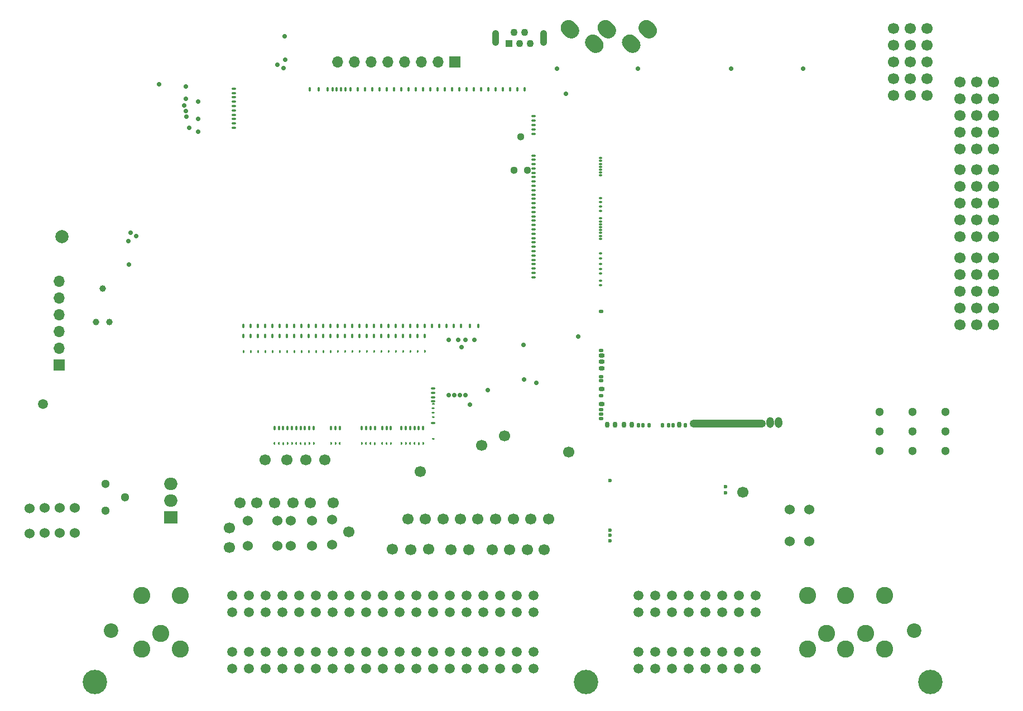
<source format=gbs>
G75*
G70*
%OFA0B0*%
%FSLAX25Y25*%
%IPPOS*%
%LPD*%
%AMOC8*
5,1,8,0,0,1.08239X$1,22.5*
%
%AMM70*
21,1,0.015350,0.009840,0.000000,0.000000,90.000000*
21,1,0.000000,0.025200,0.000000,0.000000,90.000000*
1,1,0.015350,0.004920,0.000000*
1,1,0.015350,0.004920,0.000000*
1,1,0.015350,-0.004920,0.000000*
1,1,0.015350,-0.004920,0.000000*
%
%AMM71*
21,1,0.015350,0.009840,0.000000,0.000000,0.000000*
21,1,0.000000,0.025200,0.000000,0.000000,0.000000*
1,1,0.015350,0.000000,-0.004920*
1,1,0.015350,0.000000,-0.004920*
1,1,0.015350,0.000000,0.004920*
1,1,0.015350,0.000000,0.004920*
%
%ADD11C,0.14567*%
%ADD110O,0.44882X0.04331*%
%ADD111O,0.01575X0.02362*%
%ADD112O,0.02362X0.03150*%
%ADD113O,0.02362X0.01575*%
%ADD114O,0.01575X0.00787*%
%ADD12C,0.08661*%
%ADD13C,0.10236*%
%ADD130C,0.02913*%
%ADD14C,0.05906*%
%ADD15C,0.06693*%
%ADD16C,0.02362*%
%ADD192C,0.03900*%
%ADD214C,0.04451*%
%ADD219M70*%
%ADD220M71*%
%ADD253O,0.04488X0.06457*%
%ADD254O,0.03701X0.02913*%
%ADD264O,0.02126X0.01339*%
%ADD265O,0.02913X0.02126*%
%ADD266O,0.02913X0.03701*%
%ADD267O,0.45433X0.04882*%
%ADD268O,0.02126X0.02913*%
%ADD332R,0.07874X0.07500*%
%ADD333O,0.07874X0.07500*%
%ADD42O,0.03937X0.05906*%
%ADD43O,0.03150X0.02362*%
%ADD53C,0.06000*%
%ADD58C,0.07874*%
%ADD61C,0.05118*%
%ADD65R,0.06693X0.06693*%
%ADD66O,0.06693X0.06693*%
%ADD74R,0.04331X0.04331*%
%ADD75C,0.04331*%
%ADD76O,0.04331X0.09449*%
X0000000Y0000000D02*
%LPD*%
G01*
D11*
X0572236Y0021622D03*
X0073417Y0021622D03*
X0366724Y0021622D03*
D12*
X0562591Y0052331D03*
X0083063Y0052331D03*
D13*
X0101370Y0041307D03*
X0124205Y0041307D03*
X0112787Y0050480D03*
X0101370Y0073315D03*
X0124205Y0073315D03*
D14*
X0335307Y0073315D03*
X0325307Y0073315D03*
X0315307Y0073315D03*
X0305307Y0073315D03*
X0295307Y0073315D03*
X0285307Y0073315D03*
X0275307Y0073315D03*
X0265307Y0073315D03*
X0255307Y0073315D03*
X0245307Y0073315D03*
X0235307Y0073315D03*
X0225307Y0073315D03*
X0215307Y0073315D03*
X0205307Y0073315D03*
X0195307Y0073315D03*
X0185307Y0073315D03*
X0175307Y0073315D03*
X0165307Y0073315D03*
X0155307Y0073315D03*
X0335307Y0063315D03*
X0325307Y0063315D03*
X0315307Y0063315D03*
X0305307Y0063315D03*
X0295307Y0063315D03*
X0285307Y0063315D03*
X0275307Y0063315D03*
X0265307Y0063315D03*
X0255307Y0063315D03*
X0245307Y0063315D03*
X0235307Y0063315D03*
X0225307Y0063315D03*
X0215307Y0063315D03*
X0205307Y0063315D03*
X0195307Y0063315D03*
X0185307Y0063315D03*
X0175307Y0063315D03*
X0165307Y0063315D03*
X0155307Y0063315D03*
X0335307Y0039496D03*
X0325307Y0039496D03*
X0315307Y0039496D03*
X0305307Y0039496D03*
X0295307Y0039496D03*
X0285307Y0039496D03*
X0275307Y0039496D03*
X0265307Y0039496D03*
X0255307Y0039496D03*
X0245307Y0039496D03*
X0235307Y0039496D03*
X0225307Y0039496D03*
X0215307Y0039496D03*
X0205307Y0039496D03*
X0195307Y0039496D03*
X0185307Y0039496D03*
X0175307Y0039496D03*
X0165307Y0039496D03*
X0155307Y0039496D03*
X0335307Y0029496D03*
X0325307Y0029496D03*
X0315307Y0029496D03*
X0305307Y0029496D03*
X0295307Y0029496D03*
X0285307Y0029496D03*
X0275307Y0029496D03*
X0265307Y0029496D03*
X0255307Y0029496D03*
X0245307Y0029496D03*
X0235307Y0029496D03*
X0225307Y0029496D03*
X0215307Y0029496D03*
X0205307Y0029496D03*
X0195307Y0029496D03*
X0185307Y0029496D03*
X0175307Y0029496D03*
X0165307Y0029496D03*
X0155307Y0029496D03*
X0398181Y0029496D03*
X0408181Y0029496D03*
X0418181Y0029496D03*
X0428181Y0029496D03*
X0438181Y0029496D03*
X0448181Y0029496D03*
X0458181Y0029496D03*
X0468181Y0029496D03*
X0398181Y0039496D03*
X0408181Y0039496D03*
X0418181Y0039496D03*
X0428181Y0039496D03*
X0438181Y0039496D03*
X0448181Y0039496D03*
X0458181Y0039496D03*
X0468181Y0039496D03*
X0398181Y0063315D03*
X0408181Y0063315D03*
X0418181Y0063315D03*
X0428181Y0063315D03*
X0438181Y0063315D03*
X0448181Y0063315D03*
X0458181Y0063315D03*
X0468181Y0063315D03*
X0398181Y0073315D03*
X0408181Y0073315D03*
X0418181Y0073315D03*
X0428181Y0073315D03*
X0438181Y0073315D03*
X0448181Y0073315D03*
X0458181Y0073315D03*
X0468181Y0073315D03*
D13*
X0499008Y0041307D03*
X0521843Y0041307D03*
X0545071Y0041307D03*
X0510425Y0050480D03*
X0533654Y0050480D03*
X0499008Y0073315D03*
X0521843Y0073315D03*
X0545071Y0073315D03*
G36*
G01*
X0335982Y0358942D02*
X0334998Y0358942D01*
G75*
G02*
X0334506Y0359435I0000000J0000492D01*
G01*
X0334506Y0359435D01*
G75*
G02*
X0334998Y0359927I0000492J0000000D01*
G01*
X0335982Y0359927D01*
G75*
G02*
X0336474Y0359435I0000000J-000492D01*
G01*
X0336474Y0359435D01*
G75*
G02*
X0335982Y0358942I-000492J0000000D01*
G01*
G37*
G36*
G01*
X0334998Y0357328D02*
X0335982Y0357328D01*
G75*
G02*
X0336474Y0356836I0000000J-000492D01*
G01*
X0336474Y0356836D01*
G75*
G02*
X0335982Y0356344I-000492J0000000D01*
G01*
X0334998Y0356344D01*
G75*
G02*
X0334506Y0356836I0000000J0000492D01*
G01*
X0334506Y0356836D01*
G75*
G02*
X0334998Y0357328I0000492J0000000D01*
G01*
G37*
G36*
G01*
X0334998Y0354730D02*
X0335982Y0354730D01*
G75*
G02*
X0336474Y0354238I0000000J-000492D01*
G01*
X0336474Y0354238D01*
G75*
G02*
X0335982Y0353746I-000492J0000000D01*
G01*
X0334998Y0353746D01*
G75*
G02*
X0334506Y0354238I0000000J0000492D01*
G01*
X0334506Y0354238D01*
G75*
G02*
X0334998Y0354730I0000492J0000000D01*
G01*
G37*
G36*
G01*
X0334998Y0352131D02*
X0335982Y0352131D01*
G75*
G02*
X0336474Y0351639I0000000J-000492D01*
G01*
X0336474Y0351639D01*
G75*
G02*
X0335982Y0351147I-000492J0000000D01*
G01*
X0334998Y0351147D01*
G75*
G02*
X0334506Y0351639I0000000J0000492D01*
G01*
X0334506Y0351639D01*
G75*
G02*
X0334998Y0352131I0000492J0000000D01*
G01*
G37*
G36*
G01*
X0334998Y0349533D02*
X0335982Y0349533D01*
G75*
G02*
X0336474Y0349041I0000000J-000492D01*
G01*
X0336474Y0349041D01*
G75*
G02*
X0335982Y0348549I-000492J0000000D01*
G01*
X0334998Y0348549D01*
G75*
G02*
X0334506Y0349041I0000000J0000492D01*
G01*
X0334506Y0349041D01*
G75*
G02*
X0334998Y0349533I0000492J0000000D01*
G01*
G37*
G36*
G01*
X0334998Y0336541D02*
X0335982Y0336541D01*
G75*
G02*
X0336474Y0336049I0000000J-000492D01*
G01*
X0336474Y0336049D01*
G75*
G02*
X0335982Y0335557I-000492J0000000D01*
G01*
X0334998Y0335557D01*
G75*
G02*
X0334506Y0336049I0000000J0000492D01*
G01*
X0334506Y0336049D01*
G75*
G02*
X0334998Y0336541I0000492J0000000D01*
G01*
G37*
G36*
G01*
X0334998Y0333942D02*
X0335982Y0333942D01*
G75*
G02*
X0336474Y0333450I0000000J-000492D01*
G01*
X0336474Y0333450D01*
G75*
G02*
X0335982Y0332958I-000492J0000000D01*
G01*
X0334998Y0332958D01*
G75*
G02*
X0334506Y0333450I0000000J0000492D01*
G01*
X0334506Y0333450D01*
G75*
G02*
X0334998Y0333942I0000492J0000000D01*
G01*
G37*
G36*
G01*
X0334998Y0331344D02*
X0335982Y0331344D01*
G75*
G02*
X0336474Y0330852I0000000J-000492D01*
G01*
X0336474Y0330852D01*
G75*
G02*
X0335982Y0330360I-000492J0000000D01*
G01*
X0334998Y0330360D01*
G75*
G02*
X0334506Y0330852I0000000J0000492D01*
G01*
X0334506Y0330852D01*
G75*
G02*
X0334998Y0331344I0000492J0000000D01*
G01*
G37*
G36*
G01*
X0334998Y0328746D02*
X0335982Y0328746D01*
G75*
G02*
X0336474Y0328253I0000000J-000492D01*
G01*
X0336474Y0328253D01*
G75*
G02*
X0335982Y0327761I-000492J0000000D01*
G01*
X0334998Y0327761D01*
G75*
G02*
X0334506Y0328253I0000000J0000492D01*
G01*
X0334506Y0328253D01*
G75*
G02*
X0334998Y0328746I0000492J0000000D01*
G01*
G37*
G36*
G01*
X0334998Y0326147D02*
X0335982Y0326147D01*
G75*
G02*
X0336474Y0325655I0000000J-000492D01*
G01*
X0336474Y0325655D01*
G75*
G02*
X0335982Y0325163I-000492J0000000D01*
G01*
X0334998Y0325163D01*
G75*
G02*
X0334506Y0325655I0000000J0000492D01*
G01*
X0334506Y0325655D01*
G75*
G02*
X0334998Y0326147I0000492J0000000D01*
G01*
G37*
G36*
G01*
X0334998Y0323549D02*
X0335982Y0323549D01*
G75*
G02*
X0336474Y0323057I0000000J-000492D01*
G01*
X0336474Y0323057D01*
G75*
G02*
X0335982Y0322564I-000492J0000000D01*
G01*
X0334998Y0322564D01*
G75*
G02*
X0334506Y0323057I0000000J0000492D01*
G01*
X0334506Y0323057D01*
G75*
G02*
X0334998Y0323549I0000492J0000000D01*
G01*
G37*
G36*
G01*
X0334998Y0320950D02*
X0335982Y0320950D01*
G75*
G02*
X0336474Y0320458I0000000J-000492D01*
G01*
X0336474Y0320458D01*
G75*
G02*
X0335982Y0319966I-000492J0000000D01*
G01*
X0334998Y0319966D01*
G75*
G02*
X0334506Y0320458I0000000J0000492D01*
G01*
X0334506Y0320458D01*
G75*
G02*
X0334998Y0320950I0000492J0000000D01*
G01*
G37*
G36*
G01*
X0334998Y0318352D02*
X0335982Y0318352D01*
G75*
G02*
X0336474Y0317860I0000000J-000492D01*
G01*
X0336474Y0317860D01*
G75*
G02*
X0335982Y0317368I-000492J0000000D01*
G01*
X0334998Y0317368D01*
G75*
G02*
X0334506Y0317860I0000000J0000492D01*
G01*
X0334506Y0317860D01*
G75*
G02*
X0334998Y0318352I0000492J0000000D01*
G01*
G37*
G36*
G01*
X0334998Y0315753D02*
X0335982Y0315753D01*
G75*
G02*
X0336474Y0315261I0000000J-000492D01*
G01*
X0336474Y0315261D01*
G75*
G02*
X0335982Y0314769I-000492J0000000D01*
G01*
X0334998Y0314769D01*
G75*
G02*
X0334506Y0315261I0000000J0000492D01*
G01*
X0334506Y0315261D01*
G75*
G02*
X0334998Y0315753I0000492J0000000D01*
G01*
G37*
G36*
G01*
X0334998Y0313155D02*
X0335982Y0313155D01*
G75*
G02*
X0336474Y0312663I0000000J-000492D01*
G01*
X0336474Y0312663D01*
G75*
G02*
X0335982Y0312171I-000492J0000000D01*
G01*
X0334998Y0312171D01*
G75*
G02*
X0334506Y0312663I0000000J0000492D01*
G01*
X0334506Y0312663D01*
G75*
G02*
X0334998Y0313155I0000492J0000000D01*
G01*
G37*
G36*
G01*
X0334998Y0310557D02*
X0335982Y0310557D01*
G75*
G02*
X0336474Y0310064I0000000J-000492D01*
G01*
X0336474Y0310064D01*
G75*
G02*
X0335982Y0309572I-000492J0000000D01*
G01*
X0334998Y0309572D01*
G75*
G02*
X0334506Y0310064I0000000J0000492D01*
G01*
X0334506Y0310064D01*
G75*
G02*
X0334998Y0310557I0000492J0000000D01*
G01*
G37*
G36*
G01*
X0334998Y0307958D02*
X0335982Y0307958D01*
G75*
G02*
X0336474Y0307466I0000000J-000492D01*
G01*
X0336474Y0307466D01*
G75*
G02*
X0335982Y0306974I-000492J0000000D01*
G01*
X0334998Y0306974D01*
G75*
G02*
X0334506Y0307466I0000000J0000492D01*
G01*
X0334506Y0307466D01*
G75*
G02*
X0334998Y0307958I0000492J0000000D01*
G01*
G37*
G36*
G01*
X0334998Y0305360D02*
X0335982Y0305360D01*
G75*
G02*
X0336474Y0304868I0000000J-000492D01*
G01*
X0336474Y0304868D01*
G75*
G02*
X0335982Y0304375I-000492J0000000D01*
G01*
X0334998Y0304375D01*
G75*
G02*
X0334506Y0304868I0000000J0000492D01*
G01*
X0334506Y0304868D01*
G75*
G02*
X0334998Y0305360I0000492J0000000D01*
G01*
G37*
G36*
G01*
X0334998Y0302761D02*
X0335982Y0302761D01*
G75*
G02*
X0336474Y0302269I0000000J-000492D01*
G01*
X0336474Y0302269D01*
G75*
G02*
X0335982Y0301777I-000492J0000000D01*
G01*
X0334998Y0301777D01*
G75*
G02*
X0334506Y0302269I0000000J0000492D01*
G01*
X0334506Y0302269D01*
G75*
G02*
X0334998Y0302761I0000492J0000000D01*
G01*
G37*
G36*
G01*
X0334998Y0300163D02*
X0335982Y0300163D01*
G75*
G02*
X0336474Y0299671I0000000J-000492D01*
G01*
X0336474Y0299671D01*
G75*
G02*
X0335982Y0299179I-000492J0000000D01*
G01*
X0334998Y0299179D01*
G75*
G02*
X0334506Y0299671I0000000J0000492D01*
G01*
X0334506Y0299671D01*
G75*
G02*
X0334998Y0300163I0000492J0000000D01*
G01*
G37*
G36*
G01*
X0334998Y0297564D02*
X0335982Y0297564D01*
G75*
G02*
X0336474Y0297072I0000000J-000492D01*
G01*
X0336474Y0297072D01*
G75*
G02*
X0335982Y0296580I-000492J0000000D01*
G01*
X0334998Y0296580D01*
G75*
G02*
X0334506Y0297072I0000000J0000492D01*
G01*
X0334506Y0297072D01*
G75*
G02*
X0334998Y0297564I0000492J0000000D01*
G01*
G37*
G36*
G01*
X0334998Y0294966D02*
X0335982Y0294966D01*
G75*
G02*
X0336474Y0294474I0000000J-000492D01*
G01*
X0336474Y0294474D01*
G75*
G02*
X0335982Y0293982I-000492J0000000D01*
G01*
X0334998Y0293982D01*
G75*
G02*
X0334506Y0294474I0000000J0000492D01*
G01*
X0334506Y0294474D01*
G75*
G02*
X0334998Y0294966I0000492J0000000D01*
G01*
G37*
G36*
G01*
X0334998Y0292368D02*
X0335982Y0292368D01*
G75*
G02*
X0336474Y0291875I0000000J-000492D01*
G01*
X0336474Y0291875D01*
G75*
G02*
X0335982Y0291383I-000492J0000000D01*
G01*
X0334998Y0291383D01*
G75*
G02*
X0334506Y0291875I0000000J0000492D01*
G01*
X0334506Y0291875D01*
G75*
G02*
X0334998Y0292368I0000492J0000000D01*
G01*
G37*
G36*
G01*
X0334998Y0289769D02*
X0335982Y0289769D01*
G75*
G02*
X0336474Y0289277I0000000J-000492D01*
G01*
X0336474Y0289277D01*
G75*
G02*
X0335982Y0288785I-000492J0000000D01*
G01*
X0334998Y0288785D01*
G75*
G02*
X0334506Y0289277I0000000J0000492D01*
G01*
X0334506Y0289277D01*
G75*
G02*
X0334998Y0289769I0000492J0000000D01*
G01*
G37*
G36*
G01*
X0334998Y0287171D02*
X0335982Y0287171D01*
G75*
G02*
X0336474Y0286679I0000000J-000492D01*
G01*
X0336474Y0286679D01*
G75*
G02*
X0335982Y0286187I-000492J0000000D01*
G01*
X0334998Y0286187D01*
G75*
G02*
X0334506Y0286679I0000000J0000492D01*
G01*
X0334506Y0286679D01*
G75*
G02*
X0334998Y0287171I0000492J0000000D01*
G01*
G37*
G36*
G01*
X0334998Y0284572D02*
X0335982Y0284572D01*
G75*
G02*
X0336474Y0284080I0000000J-000492D01*
G01*
X0336474Y0284080D01*
G75*
G02*
X0335982Y0283588I-000492J0000000D01*
G01*
X0334998Y0283588D01*
G75*
G02*
X0334506Y0284080I0000000J0000492D01*
G01*
X0334506Y0284080D01*
G75*
G02*
X0334998Y0284572I0000492J0000000D01*
G01*
G37*
G36*
G01*
X0334998Y0281974D02*
X0335982Y0281974D01*
G75*
G02*
X0336474Y0281482I0000000J-000492D01*
G01*
X0336474Y0281482D01*
G75*
G02*
X0335982Y0280990I-000492J0000000D01*
G01*
X0334998Y0280990D01*
G75*
G02*
X0334506Y0281482I0000000J0000492D01*
G01*
X0334506Y0281482D01*
G75*
G02*
X0334998Y0281974I0000492J0000000D01*
G01*
G37*
G36*
G01*
X0334998Y0279375D02*
X0335982Y0279375D01*
G75*
G02*
X0336474Y0278883I0000000J-000492D01*
G01*
X0336474Y0278883D01*
G75*
G02*
X0335982Y0278391I-000492J0000000D01*
G01*
X0334998Y0278391D01*
G75*
G02*
X0334506Y0278883I0000000J0000492D01*
G01*
X0334506Y0278883D01*
G75*
G02*
X0334998Y0279375I0000492J0000000D01*
G01*
G37*
G36*
G01*
X0334998Y0276777D02*
X0335982Y0276777D01*
G75*
G02*
X0336474Y0276285I0000000J-000492D01*
G01*
X0336474Y0276285D01*
G75*
G02*
X0335982Y0275793I-000492J0000000D01*
G01*
X0334998Y0275793D01*
G75*
G02*
X0334506Y0276285I0000000J0000492D01*
G01*
X0334506Y0276285D01*
G75*
G02*
X0334998Y0276777I0000492J0000000D01*
G01*
G37*
G36*
G01*
X0334998Y0274179D02*
X0335982Y0274179D01*
G75*
G02*
X0336474Y0273687I0000000J-000492D01*
G01*
X0336474Y0273687D01*
G75*
G02*
X0335982Y0273194I-000492J0000000D01*
G01*
X0334998Y0273194D01*
G75*
G02*
X0334506Y0273687I0000000J0000492D01*
G01*
X0334506Y0273687D01*
G75*
G02*
X0334998Y0274179I0000492J0000000D01*
G01*
G37*
G36*
G01*
X0334998Y0271580D02*
X0335982Y0271580D01*
G75*
G02*
X0336474Y0271088I0000000J-000492D01*
G01*
X0336474Y0271088D01*
G75*
G02*
X0335982Y0270596I-000492J0000000D01*
G01*
X0334998Y0270596D01*
G75*
G02*
X0334506Y0271088I0000000J0000492D01*
G01*
X0334506Y0271088D01*
G75*
G02*
X0334998Y0271580I0000492J0000000D01*
G01*
G37*
G36*
G01*
X0334998Y0268982D02*
X0335982Y0268982D01*
G75*
G02*
X0336474Y0268490I0000000J-000492D01*
G01*
X0336474Y0268490D01*
G75*
G02*
X0335982Y0267998I-000492J0000000D01*
G01*
X0334998Y0267998D01*
G75*
G02*
X0334506Y0268490I0000000J0000492D01*
G01*
X0334506Y0268490D01*
G75*
G02*
X0334998Y0268982I0000492J0000000D01*
G01*
G37*
G36*
G01*
X0334998Y0266383D02*
X0335982Y0266383D01*
G75*
G02*
X0336474Y0265891I0000000J-000492D01*
G01*
X0336474Y0265891D01*
G75*
G02*
X0335982Y0265399I-000492J0000000D01*
G01*
X0334998Y0265399D01*
G75*
G02*
X0334506Y0265891I0000000J0000492D01*
G01*
X0334506Y0265891D01*
G75*
G02*
X0334998Y0266383I0000492J0000000D01*
G01*
G37*
G36*
G01*
X0334998Y0263785D02*
X0335982Y0263785D01*
G75*
G02*
X0336474Y0263293I0000000J-000492D01*
G01*
X0336474Y0263293D01*
G75*
G02*
X0335982Y0262801I-000492J0000000D01*
G01*
X0334998Y0262801D01*
G75*
G02*
X0334506Y0263293I0000000J0000492D01*
G01*
X0334506Y0263293D01*
G75*
G02*
X0334998Y0263785I0000492J0000000D01*
G01*
G37*
G36*
G01*
X0202333Y0376175D02*
X0202333Y0375190D01*
G75*
G02*
X0201841Y0374698I-000492J0000000D01*
G01*
X0201841Y0374698D01*
G75*
G02*
X0201348Y0375190I0000000J0000492D01*
G01*
X0201348Y0376175D01*
G75*
G02*
X0201841Y0376667I0000492J0000000D01*
G01*
X0201841Y0376667D01*
G75*
G02*
X0202333Y0376175I0000000J-000492D01*
G01*
G37*
G36*
G01*
X0206545Y0375190D02*
X0206545Y0376175D01*
G75*
G02*
X0207037Y0376667I0000492J0000000D01*
G01*
X0207037Y0376667D01*
G75*
G02*
X0207530Y0376175I0000000J-000492D01*
G01*
X0207530Y0375190D01*
G75*
G02*
X0207037Y0374698I-000492J0000000D01*
G01*
X0207037Y0374698D01*
G75*
G02*
X0206545Y0375190I0000000J0000492D01*
G01*
G37*
G36*
G01*
X0211742Y0375190D02*
X0211742Y0376175D01*
G75*
G02*
X0212234Y0376667I0000492J0000000D01*
G01*
X0212234Y0376667D01*
G75*
G02*
X0212726Y0376175I0000000J-000492D01*
G01*
X0212726Y0375190D01*
G75*
G02*
X0212234Y0374698I-000492J0000000D01*
G01*
X0212234Y0374698D01*
G75*
G02*
X0211742Y0375190I0000000J0000492D01*
G01*
G37*
G36*
G01*
X0214734Y0375190D02*
X0214734Y0376175D01*
G75*
G02*
X0215226Y0376667I0000492J0000000D01*
G01*
X0215226Y0376667D01*
G75*
G02*
X0215719Y0376175I0000000J-000492D01*
G01*
X0215719Y0375190D01*
G75*
G02*
X0215226Y0374698I-000492J0000000D01*
G01*
X0215226Y0374698D01*
G75*
G02*
X0214734Y0375190I0000000J0000492D01*
G01*
G37*
G36*
G01*
X0217352Y0375190D02*
X0217352Y0376175D01*
G75*
G02*
X0217845Y0376667I0000492J0000000D01*
G01*
X0217845Y0376667D01*
G75*
G02*
X0218337Y0376175I0000000J-000492D01*
G01*
X0218337Y0375190D01*
G75*
G02*
X0217845Y0374698I-000492J0000000D01*
G01*
X0217845Y0374698D01*
G75*
G02*
X0217352Y0375190I0000000J0000492D01*
G01*
G37*
G36*
G01*
X0219970Y0375190D02*
X0219970Y0376175D01*
G75*
G02*
X0220463Y0376667I0000492J0000000D01*
G01*
X0220463Y0376667D01*
G75*
G02*
X0220955Y0376175I0000000J-000492D01*
G01*
X0220955Y0375190D01*
G75*
G02*
X0220463Y0374698I-000492J0000000D01*
G01*
X0220463Y0374698D01*
G75*
G02*
X0219970Y0375190I0000000J0000492D01*
G01*
G37*
G36*
G01*
X0222589Y0375190D02*
X0222589Y0376175D01*
G75*
G02*
X0223081Y0376667I0000492J0000000D01*
G01*
X0223081Y0376667D01*
G75*
G02*
X0223573Y0376175I0000000J-000492D01*
G01*
X0223573Y0375190D01*
G75*
G02*
X0223081Y0374698I-000492J0000000D01*
G01*
X0223081Y0374698D01*
G75*
G02*
X0222589Y0375190I0000000J0000492D01*
G01*
G37*
G36*
G01*
X0225640Y0375190D02*
X0225640Y0376175D01*
G75*
G02*
X0226132Y0376667I0000492J0000000D01*
G01*
X0226132Y0376667D01*
G75*
G02*
X0226624Y0376175I0000000J-000492D01*
G01*
X0226624Y0375190D01*
G75*
G02*
X0226132Y0374698I-000492J0000000D01*
G01*
X0226132Y0374698D01*
G75*
G02*
X0225640Y0375190I0000000J0000492D01*
G01*
G37*
G36*
G01*
X0229970Y0375190D02*
X0229970Y0376175D01*
G75*
G02*
X0230463Y0376667I0000492J0000000D01*
G01*
X0230463Y0376667D01*
G75*
G02*
X0230955Y0376175I0000000J-000492D01*
G01*
X0230955Y0375190D01*
G75*
G02*
X0230463Y0374698I-000492J0000000D01*
G01*
X0230463Y0374698D01*
G75*
G02*
X0229970Y0375190I0000000J0000492D01*
G01*
G37*
G36*
G01*
X0234301Y0375190D02*
X0234301Y0376175D01*
G75*
G02*
X0234793Y0376667I0000492J0000000D01*
G01*
X0234793Y0376667D01*
G75*
G02*
X0235285Y0376175I0000000J-000492D01*
G01*
X0235285Y0375190D01*
G75*
G02*
X0234793Y0374698I-000492J0000000D01*
G01*
X0234793Y0374698D01*
G75*
G02*
X0234301Y0375190I0000000J0000492D01*
G01*
G37*
G36*
G01*
X0238632Y0375190D02*
X0238632Y0376175D01*
G75*
G02*
X0239124Y0376667I0000492J0000000D01*
G01*
X0239124Y0376667D01*
G75*
G02*
X0239616Y0376175I0000000J-000492D01*
G01*
X0239616Y0375190D01*
G75*
G02*
X0239124Y0374698I-000492J0000000D01*
G01*
X0239124Y0374698D01*
G75*
G02*
X0238632Y0375190I0000000J0000492D01*
G01*
G37*
G36*
G01*
X0242963Y0375190D02*
X0242963Y0376175D01*
G75*
G02*
X0243455Y0376667I0000492J0000000D01*
G01*
X0243455Y0376667D01*
G75*
G02*
X0243947Y0376175I0000000J-000492D01*
G01*
X0243947Y0375190D01*
G75*
G02*
X0243455Y0374698I-000492J0000000D01*
G01*
X0243455Y0374698D01*
G75*
G02*
X0242963Y0375190I0000000J0000492D01*
G01*
G37*
G36*
G01*
X0247293Y0375190D02*
X0247293Y0376175D01*
G75*
G02*
X0247785Y0376667I0000492J0000000D01*
G01*
X0247785Y0376667D01*
G75*
G02*
X0248278Y0376175I0000000J-000492D01*
G01*
X0248278Y0375190D01*
G75*
G02*
X0247785Y0374698I-000492J0000000D01*
G01*
X0247785Y0374698D01*
G75*
G02*
X0247293Y0375190I0000000J0000492D01*
G01*
G37*
G36*
G01*
X0251624Y0375190D02*
X0251624Y0376175D01*
G75*
G02*
X0252116Y0376667I0000492J0000000D01*
G01*
X0252116Y0376667D01*
G75*
G02*
X0252608Y0376175I0000000J-000492D01*
G01*
X0252608Y0375190D01*
G75*
G02*
X0252116Y0374698I-000492J0000000D01*
G01*
X0252116Y0374698D01*
G75*
G02*
X0251624Y0375190I0000000J0000492D01*
G01*
G37*
G36*
G01*
X0255955Y0375190D02*
X0255955Y0376175D01*
G75*
G02*
X0256447Y0376667I0000492J0000000D01*
G01*
X0256447Y0376667D01*
G75*
G02*
X0256939Y0376175I0000000J-000492D01*
G01*
X0256939Y0375190D01*
G75*
G02*
X0256447Y0374698I-000492J0000000D01*
G01*
X0256447Y0374698D01*
G75*
G02*
X0255955Y0375190I0000000J0000492D01*
G01*
G37*
G36*
G01*
X0260285Y0375190D02*
X0260285Y0376175D01*
G75*
G02*
X0260777Y0376667I0000492J0000000D01*
G01*
X0260777Y0376667D01*
G75*
G02*
X0261270Y0376175I0000000J-000492D01*
G01*
X0261270Y0375190D01*
G75*
G02*
X0260777Y0374698I-000492J0000000D01*
G01*
X0260777Y0374698D01*
G75*
G02*
X0260285Y0375190I0000000J0000492D01*
G01*
G37*
G36*
G01*
X0264616Y0375190D02*
X0264616Y0376175D01*
G75*
G02*
X0265108Y0376667I0000492J0000000D01*
G01*
X0265108Y0376667D01*
G75*
G02*
X0265600Y0376175I0000000J-000492D01*
G01*
X0265600Y0375190D01*
G75*
G02*
X0265108Y0374698I-000492J0000000D01*
G01*
X0265108Y0374698D01*
G75*
G02*
X0264616Y0375190I0000000J0000492D01*
G01*
G37*
G36*
G01*
X0268947Y0375190D02*
X0268947Y0376175D01*
G75*
G02*
X0269439Y0376667I0000492J0000000D01*
G01*
X0269439Y0376667D01*
G75*
G02*
X0269931Y0376175I0000000J-000492D01*
G01*
X0269931Y0375190D01*
G75*
G02*
X0269439Y0374698I-000492J0000000D01*
G01*
X0269439Y0374698D01*
G75*
G02*
X0268947Y0375190I0000000J0000492D01*
G01*
G37*
G36*
G01*
X0273277Y0375190D02*
X0273277Y0376175D01*
G75*
G02*
X0273770Y0376667I0000492J0000000D01*
G01*
X0273770Y0376667D01*
G75*
G02*
X0274262Y0376175I0000000J-000492D01*
G01*
X0274262Y0375190D01*
G75*
G02*
X0273770Y0374698I-000492J0000000D01*
G01*
X0273770Y0374698D01*
G75*
G02*
X0273277Y0375190I0000000J0000492D01*
G01*
G37*
G36*
G01*
X0277608Y0375190D02*
X0277608Y0376175D01*
G75*
G02*
X0278100Y0376667I0000492J0000000D01*
G01*
X0278100Y0376667D01*
G75*
G02*
X0278592Y0376175I0000000J-000492D01*
G01*
X0278592Y0375190D01*
G75*
G02*
X0278100Y0374698I-000492J0000000D01*
G01*
X0278100Y0374698D01*
G75*
G02*
X0277608Y0375190I0000000J0000492D01*
G01*
G37*
G36*
G01*
X0281939Y0375190D02*
X0281939Y0376175D01*
G75*
G02*
X0282431Y0376667I0000492J0000000D01*
G01*
X0282431Y0376667D01*
G75*
G02*
X0282923Y0376175I0000000J-000492D01*
G01*
X0282923Y0375190D01*
G75*
G02*
X0282431Y0374698I-000492J0000000D01*
G01*
X0282431Y0374698D01*
G75*
G02*
X0281939Y0375190I0000000J0000492D01*
G01*
G37*
G36*
G01*
X0286270Y0375190D02*
X0286270Y0376175D01*
G75*
G02*
X0286762Y0376667I0000492J0000000D01*
G01*
X0286762Y0376667D01*
G75*
G02*
X0287254Y0376175I0000000J-000492D01*
G01*
X0287254Y0375190D01*
G75*
G02*
X0286762Y0374698I-000492J0000000D01*
G01*
X0286762Y0374698D01*
G75*
G02*
X0286270Y0375190I0000000J0000492D01*
G01*
G37*
G36*
G01*
X0290600Y0375190D02*
X0290600Y0376175D01*
G75*
G02*
X0291092Y0376667I0000492J0000000D01*
G01*
X0291092Y0376667D01*
G75*
G02*
X0291585Y0376175I0000000J-000492D01*
G01*
X0291585Y0375190D01*
G75*
G02*
X0291092Y0374698I-000492J0000000D01*
G01*
X0291092Y0374698D01*
G75*
G02*
X0290600Y0375190I0000000J0000492D01*
G01*
G37*
G36*
G01*
X0294931Y0375190D02*
X0294931Y0376175D01*
G75*
G02*
X0295423Y0376667I0000492J0000000D01*
G01*
X0295423Y0376667D01*
G75*
G02*
X0295915Y0376175I0000000J-000492D01*
G01*
X0295915Y0375190D01*
G75*
G02*
X0295423Y0374698I-000492J0000000D01*
G01*
X0295423Y0374698D01*
G75*
G02*
X0294931Y0375190I0000000J0000492D01*
G01*
G37*
G36*
G01*
X0299262Y0375190D02*
X0299262Y0376175D01*
G75*
G02*
X0299754Y0376667I0000492J0000000D01*
G01*
X0299754Y0376667D01*
G75*
G02*
X0300246Y0376175I0000000J-000492D01*
G01*
X0300246Y0375190D01*
G75*
G02*
X0299754Y0374698I-000492J0000000D01*
G01*
X0299754Y0374698D01*
G75*
G02*
X0299262Y0375190I0000000J0000492D01*
G01*
G37*
G36*
G01*
X0303592Y0375190D02*
X0303592Y0376175D01*
G75*
G02*
X0304084Y0376667I0000492J0000000D01*
G01*
X0304084Y0376667D01*
G75*
G02*
X0304577Y0376175I0000000J-000492D01*
G01*
X0304577Y0375190D01*
G75*
G02*
X0304084Y0374698I-000492J0000000D01*
G01*
X0304084Y0374698D01*
G75*
G02*
X0303592Y0375190I0000000J0000492D01*
G01*
G37*
G36*
G01*
X0307923Y0375190D02*
X0307923Y0376175D01*
G75*
G02*
X0308415Y0376667I0000492J0000000D01*
G01*
X0308415Y0376667D01*
G75*
G02*
X0308907Y0376175I0000000J-000492D01*
G01*
X0308907Y0375190D01*
G75*
G02*
X0308415Y0374698I-000492J0000000D01*
G01*
X0308415Y0374698D01*
G75*
G02*
X0307923Y0375190I0000000J0000492D01*
G01*
G37*
G36*
G01*
X0312254Y0375190D02*
X0312254Y0376175D01*
G75*
G02*
X0312746Y0376667I0000492J0000000D01*
G01*
X0312746Y0376667D01*
G75*
G02*
X0313238Y0376175I0000000J-000492D01*
G01*
X0313238Y0375190D01*
G75*
G02*
X0312746Y0374698I-000492J0000000D01*
G01*
X0312746Y0374698D01*
G75*
G02*
X0312254Y0375190I0000000J0000492D01*
G01*
G37*
G36*
G01*
X0316584Y0375190D02*
X0316584Y0376175D01*
G75*
G02*
X0317077Y0376667I0000492J0000000D01*
G01*
X0317077Y0376667D01*
G75*
G02*
X0317569Y0376175I0000000J-000492D01*
G01*
X0317569Y0375190D01*
G75*
G02*
X0317077Y0374698I-000492J0000000D01*
G01*
X0317077Y0374698D01*
G75*
G02*
X0316584Y0375190I0000000J0000492D01*
G01*
G37*
G36*
G01*
X0320915Y0375190D02*
X0320915Y0376175D01*
G75*
G02*
X0321407Y0376667I0000492J0000000D01*
G01*
X0321407Y0376667D01*
G75*
G02*
X0321899Y0376175I0000000J-000492D01*
G01*
X0321899Y0375190D01*
G75*
G02*
X0321407Y0374698I-000492J0000000D01*
G01*
X0321407Y0374698D01*
G75*
G02*
X0320915Y0375190I0000000J0000492D01*
G01*
G37*
G36*
G01*
X0325246Y0375190D02*
X0325246Y0376175D01*
G75*
G02*
X0325738Y0376667I0000492J0000000D01*
G01*
X0325738Y0376667D01*
G75*
G02*
X0326230Y0376175I0000000J-000492D01*
G01*
X0326230Y0375190D01*
G75*
G02*
X0325738Y0374698I-000492J0000000D01*
G01*
X0325738Y0374698D01*
G75*
G02*
X0325246Y0375190I0000000J0000492D01*
G01*
G37*
G36*
G01*
X0329577Y0375190D02*
X0329577Y0376175D01*
G75*
G02*
X0330069Y0376667I0000492J0000000D01*
G01*
X0330069Y0376667D01*
G75*
G02*
X0330561Y0376175I0000000J-000492D01*
G01*
X0330561Y0375190D01*
G75*
G02*
X0330069Y0374698I-000492J0000000D01*
G01*
X0330069Y0374698D01*
G75*
G02*
X0329577Y0375190I0000000J0000492D01*
G01*
G37*
G36*
G01*
X0302018Y0233738D02*
X0302018Y0234722D01*
G75*
G02*
X0302510Y0235214I0000492J0000000D01*
G01*
X0302510Y0235214D01*
G75*
G02*
X0303002Y0234722I0000000J-000492D01*
G01*
X0303002Y0233738D01*
G75*
G02*
X0302510Y0233246I-000492J0000000D01*
G01*
X0302510Y0233246D01*
G75*
G02*
X0302018Y0233738I0000000J0000492D01*
G01*
G37*
G36*
G01*
X0297805Y0234722D02*
X0297805Y0233738D01*
G75*
G02*
X0297313Y0233246I-000492J0000000D01*
G01*
X0297313Y0233246D01*
G75*
G02*
X0296821Y0233738I0000000J0000492D01*
G01*
X0296821Y0234722D01*
G75*
G02*
X0297313Y0235214I0000492J0000000D01*
G01*
X0297313Y0235214D01*
G75*
G02*
X0297805Y0234722I0000000J-000492D01*
G01*
G37*
G36*
G01*
X0292608Y0234722D02*
X0292608Y0233738D01*
G75*
G02*
X0292116Y0233246I-000492J0000000D01*
G01*
X0292116Y0233246D01*
G75*
G02*
X0291624Y0233738I0000000J0000492D01*
G01*
X0291624Y0234722D01*
G75*
G02*
X0292116Y0235214I0000492J0000000D01*
G01*
X0292116Y0235214D01*
G75*
G02*
X0292608Y0234722I0000000J-000492D01*
G01*
G37*
G36*
G01*
X0288278Y0234722D02*
X0288278Y0233738D01*
G75*
G02*
X0287785Y0233246I-000492J0000000D01*
G01*
X0287785Y0233246D01*
G75*
G02*
X0287293Y0233738I0000000J0000492D01*
G01*
X0287293Y0234722D01*
G75*
G02*
X0287785Y0235214I0000492J0000000D01*
G01*
X0287785Y0235214D01*
G75*
G02*
X0288278Y0234722I0000000J-000492D01*
G01*
G37*
G36*
G01*
X0283947Y0234722D02*
X0283947Y0233738D01*
G75*
G02*
X0283455Y0233246I-000492J0000000D01*
G01*
X0283455Y0233246D01*
G75*
G02*
X0282963Y0233738I0000000J0000492D01*
G01*
X0282963Y0234722D01*
G75*
G02*
X0283455Y0235214I0000492J0000000D01*
G01*
X0283455Y0235214D01*
G75*
G02*
X0283947Y0234722I0000000J-000492D01*
G01*
G37*
G36*
G01*
X0279616Y0234722D02*
X0279616Y0233738D01*
G75*
G02*
X0279124Y0233246I-000492J0000000D01*
G01*
X0279124Y0233246D01*
G75*
G02*
X0278632Y0233738I0000000J0000492D01*
G01*
X0278632Y0234722D01*
G75*
G02*
X0279124Y0235214I0000492J0000000D01*
G01*
X0279124Y0235214D01*
G75*
G02*
X0279616Y0234722I0000000J-000492D01*
G01*
G37*
G36*
G01*
X0275285Y0234722D02*
X0275285Y0233738D01*
G75*
G02*
X0274793Y0233246I-000492J0000000D01*
G01*
X0274793Y0233246D01*
G75*
G02*
X0274301Y0233738I0000000J0000492D01*
G01*
X0274301Y0234722D01*
G75*
G02*
X0274793Y0235214I0000492J0000000D01*
G01*
X0274793Y0235214D01*
G75*
G02*
X0275285Y0234722I0000000J-000492D01*
G01*
G37*
G36*
G01*
X0270955Y0234722D02*
X0270955Y0233738D01*
G75*
G02*
X0270463Y0233246I-000492J0000000D01*
G01*
X0270463Y0233246D01*
G75*
G02*
X0269970Y0233738I0000000J0000492D01*
G01*
X0269970Y0234722D01*
G75*
G02*
X0270463Y0235214I0000492J0000000D01*
G01*
X0270463Y0235214D01*
G75*
G02*
X0270955Y0234722I0000000J-000492D01*
G01*
G37*
G36*
G01*
X0266624Y0234722D02*
X0266624Y0233738D01*
G75*
G02*
X0266132Y0233246I-000492J0000000D01*
G01*
X0266132Y0233246D01*
G75*
G02*
X0265640Y0233738I0000000J0000492D01*
G01*
X0265640Y0234722D01*
G75*
G02*
X0266132Y0235214I0000492J0000000D01*
G01*
X0266132Y0235214D01*
G75*
G02*
X0266624Y0234722I0000000J-000492D01*
G01*
G37*
G36*
G01*
X0262293Y0234722D02*
X0262293Y0233738D01*
G75*
G02*
X0261801Y0233246I-000492J0000000D01*
G01*
X0261801Y0233246D01*
G75*
G02*
X0261309Y0233738I0000000J0000492D01*
G01*
X0261309Y0234722D01*
G75*
G02*
X0261801Y0235214I0000492J0000000D01*
G01*
X0261801Y0235214D01*
G75*
G02*
X0262293Y0234722I0000000J-000492D01*
G01*
G37*
G36*
G01*
X0257963Y0234722D02*
X0257963Y0233738D01*
G75*
G02*
X0257471Y0233246I-000492J0000000D01*
G01*
X0257471Y0233246D01*
G75*
G02*
X0256978Y0233738I0000000J0000492D01*
G01*
X0256978Y0234722D01*
G75*
G02*
X0257471Y0235214I0000492J0000000D01*
G01*
X0257471Y0235214D01*
G75*
G02*
X0257963Y0234722I0000000J-000492D01*
G01*
G37*
G36*
G01*
X0253632Y0234722D02*
X0253632Y0233738D01*
G75*
G02*
X0253140Y0233246I-000492J0000000D01*
G01*
X0253140Y0233246D01*
G75*
G02*
X0252648Y0233738I0000000J0000492D01*
G01*
X0252648Y0234722D01*
G75*
G02*
X0253140Y0235214I0000492J0000000D01*
G01*
X0253140Y0235214D01*
G75*
G02*
X0253632Y0234722I0000000J-000492D01*
G01*
G37*
G36*
G01*
X0249301Y0234722D02*
X0249301Y0233738D01*
G75*
G02*
X0248809Y0233246I-000492J0000000D01*
G01*
X0248809Y0233246D01*
G75*
G02*
X0248317Y0233738I0000000J0000492D01*
G01*
X0248317Y0234722D01*
G75*
G02*
X0248809Y0235214I0000492J0000000D01*
G01*
X0248809Y0235214D01*
G75*
G02*
X0249301Y0234722I0000000J-000492D01*
G01*
G37*
G36*
G01*
X0244971Y0234722D02*
X0244971Y0233738D01*
G75*
G02*
X0244478Y0233246I-000492J0000000D01*
G01*
X0244478Y0233246D01*
G75*
G02*
X0243986Y0233738I0000000J0000492D01*
G01*
X0243986Y0234722D01*
G75*
G02*
X0244478Y0235214I0000492J0000000D01*
G01*
X0244478Y0235214D01*
G75*
G02*
X0244971Y0234722I0000000J-000492D01*
G01*
G37*
G36*
G01*
X0240640Y0234722D02*
X0240640Y0233738D01*
G75*
G02*
X0240148Y0233246I-000492J0000000D01*
G01*
X0240148Y0233246D01*
G75*
G02*
X0239656Y0233738I0000000J0000492D01*
G01*
X0239656Y0234722D01*
G75*
G02*
X0240148Y0235214I0000492J0000000D01*
G01*
X0240148Y0235214D01*
G75*
G02*
X0240640Y0234722I0000000J-000492D01*
G01*
G37*
G36*
G01*
X0236309Y0234722D02*
X0236309Y0233738D01*
G75*
G02*
X0235817Y0233246I-000492J0000000D01*
G01*
X0235817Y0233246D01*
G75*
G02*
X0235325Y0233738I0000000J0000492D01*
G01*
X0235325Y0234722D01*
G75*
G02*
X0235817Y0235214I0000492J0000000D01*
G01*
X0235817Y0235214D01*
G75*
G02*
X0236309Y0234722I0000000J-000492D01*
G01*
G37*
G36*
G01*
X0231978Y0234722D02*
X0231978Y0233738D01*
G75*
G02*
X0231486Y0233246I-000492J0000000D01*
G01*
X0231486Y0233246D01*
G75*
G02*
X0230994Y0233738I0000000J0000492D01*
G01*
X0230994Y0234722D01*
G75*
G02*
X0231486Y0235214I0000492J0000000D01*
G01*
X0231486Y0235214D01*
G75*
G02*
X0231978Y0234722I0000000J-000492D01*
G01*
G37*
G36*
G01*
X0227648Y0234722D02*
X0227648Y0233738D01*
G75*
G02*
X0227156Y0233246I-000492J0000000D01*
G01*
X0227156Y0233246D01*
G75*
G02*
X0226664Y0233738I0000000J0000492D01*
G01*
X0226664Y0234722D01*
G75*
G02*
X0227156Y0235214I0000492J0000000D01*
G01*
X0227156Y0235214D01*
G75*
G02*
X0227648Y0234722I0000000J-000492D01*
G01*
G37*
G36*
G01*
X0223317Y0234722D02*
X0223317Y0233738D01*
G75*
G02*
X0222825Y0233246I-000492J0000000D01*
G01*
X0222825Y0233246D01*
G75*
G02*
X0222333Y0233738I0000000J0000492D01*
G01*
X0222333Y0234722D01*
G75*
G02*
X0222825Y0235214I0000492J0000000D01*
G01*
X0222825Y0235214D01*
G75*
G02*
X0223317Y0234722I0000000J-000492D01*
G01*
G37*
G36*
G01*
X0218986Y0234722D02*
X0218986Y0233738D01*
G75*
G02*
X0218494Y0233246I-000492J0000000D01*
G01*
X0218494Y0233246D01*
G75*
G02*
X0218002Y0233738I0000000J0000492D01*
G01*
X0218002Y0234722D01*
G75*
G02*
X0218494Y0235214I0000492J0000000D01*
G01*
X0218494Y0235214D01*
G75*
G02*
X0218986Y0234722I0000000J-000492D01*
G01*
G37*
G36*
G01*
X0214656Y0234722D02*
X0214656Y0233738D01*
G75*
G02*
X0214164Y0233246I-000492J0000000D01*
G01*
X0214164Y0233246D01*
G75*
G02*
X0213671Y0233738I0000000J0000492D01*
G01*
X0213671Y0234722D01*
G75*
G02*
X0214164Y0235214I0000492J0000000D01*
G01*
X0214164Y0235214D01*
G75*
G02*
X0214656Y0234722I0000000J-000492D01*
G01*
G37*
G36*
G01*
X0210325Y0234722D02*
X0210325Y0233738D01*
G75*
G02*
X0209833Y0233246I-000492J0000000D01*
G01*
X0209833Y0233246D01*
G75*
G02*
X0209341Y0233738I0000000J0000492D01*
G01*
X0209341Y0234722D01*
G75*
G02*
X0209833Y0235214I0000492J0000000D01*
G01*
X0209833Y0235214D01*
G75*
G02*
X0210325Y0234722I0000000J-000492D01*
G01*
G37*
G36*
G01*
X0205994Y0234722D02*
X0205994Y0233738D01*
G75*
G02*
X0205502Y0233246I-000492J0000000D01*
G01*
X0205502Y0233246D01*
G75*
G02*
X0205010Y0233738I0000000J0000492D01*
G01*
X0205010Y0234722D01*
G75*
G02*
X0205502Y0235214I0000492J0000000D01*
G01*
X0205502Y0235214D01*
G75*
G02*
X0205994Y0234722I0000000J-000492D01*
G01*
G37*
G36*
G01*
X0201664Y0234722D02*
X0201664Y0233738D01*
G75*
G02*
X0201171Y0233246I-000492J0000000D01*
G01*
X0201171Y0233246D01*
G75*
G02*
X0200679Y0233738I0000000J0000492D01*
G01*
X0200679Y0234722D01*
G75*
G02*
X0201171Y0235214I0000492J0000000D01*
G01*
X0201171Y0235214D01*
G75*
G02*
X0201664Y0234722I0000000J-000492D01*
G01*
G37*
G36*
G01*
X0197333Y0234722D02*
X0197333Y0233738D01*
G75*
G02*
X0196841Y0233246I-000492J0000000D01*
G01*
X0196841Y0233246D01*
G75*
G02*
X0196349Y0233738I0000000J0000492D01*
G01*
X0196349Y0234722D01*
G75*
G02*
X0196841Y0235214I0000492J0000000D01*
G01*
X0196841Y0235214D01*
G75*
G02*
X0197333Y0234722I0000000J-000492D01*
G01*
G37*
G36*
G01*
X0193002Y0234722D02*
X0193002Y0233738D01*
G75*
G02*
X0192510Y0233246I-000492J0000000D01*
G01*
X0192510Y0233246D01*
G75*
G02*
X0192018Y0233738I0000000J0000492D01*
G01*
X0192018Y0234722D01*
G75*
G02*
X0192510Y0235214I0000492J0000000D01*
G01*
X0192510Y0235214D01*
G75*
G02*
X0193002Y0234722I0000000J-000492D01*
G01*
G37*
G36*
G01*
X0188671Y0234722D02*
X0188671Y0233738D01*
G75*
G02*
X0188179Y0233246I-000492J0000000D01*
G01*
X0188179Y0233246D01*
G75*
G02*
X0187687Y0233738I0000000J0000492D01*
G01*
X0187687Y0234722D01*
G75*
G02*
X0188179Y0235214I0000492J0000000D01*
G01*
X0188179Y0235214D01*
G75*
G02*
X0188671Y0234722I0000000J-000492D01*
G01*
G37*
G36*
G01*
X0184341Y0234722D02*
X0184341Y0233738D01*
G75*
G02*
X0183849Y0233246I-000492J0000000D01*
G01*
X0183849Y0233246D01*
G75*
G02*
X0183357Y0233738I0000000J0000492D01*
G01*
X0183357Y0234722D01*
G75*
G02*
X0183849Y0235214I0000492J0000000D01*
G01*
X0183849Y0235214D01*
G75*
G02*
X0184341Y0234722I0000000J-000492D01*
G01*
G37*
G36*
G01*
X0180010Y0234722D02*
X0180010Y0233738D01*
G75*
G02*
X0179518Y0233246I-000492J0000000D01*
G01*
X0179518Y0233246D01*
G75*
G02*
X0179026Y0233738I0000000J0000492D01*
G01*
X0179026Y0234722D01*
G75*
G02*
X0179518Y0235214I0000492J0000000D01*
G01*
X0179518Y0235214D01*
G75*
G02*
X0180010Y0234722I0000000J-000492D01*
G01*
G37*
G36*
G01*
X0175679Y0234722D02*
X0175679Y0233738D01*
G75*
G02*
X0175187Y0233246I-000492J0000000D01*
G01*
X0175187Y0233246D01*
G75*
G02*
X0174695Y0233738I0000000J0000492D01*
G01*
X0174695Y0234722D01*
G75*
G02*
X0175187Y0235214I0000492J0000000D01*
G01*
X0175187Y0235214D01*
G75*
G02*
X0175679Y0234722I0000000J-000492D01*
G01*
G37*
G36*
G01*
X0171349Y0234722D02*
X0171349Y0233738D01*
G75*
G02*
X0170857Y0233246I-000492J0000000D01*
G01*
X0170857Y0233246D01*
G75*
G02*
X0170364Y0233738I0000000J0000492D01*
G01*
X0170364Y0234722D01*
G75*
G02*
X0170857Y0235214I0000492J0000000D01*
G01*
X0170857Y0235214D01*
G75*
G02*
X0171349Y0234722I0000000J-000492D01*
G01*
G37*
G36*
G01*
X0167018Y0234722D02*
X0167018Y0233738D01*
G75*
G02*
X0166526Y0233246I-000492J0000000D01*
G01*
X0166526Y0233246D01*
G75*
G02*
X0166034Y0233738I0000000J0000492D01*
G01*
X0166034Y0234722D01*
G75*
G02*
X0166526Y0235214I0000492J0000000D01*
G01*
X0166526Y0235214D01*
G75*
G02*
X0167018Y0234722I0000000J-000492D01*
G01*
G37*
G36*
G01*
X0162687Y0234722D02*
X0162687Y0233738D01*
G75*
G02*
X0162195Y0233246I-000492J0000000D01*
G01*
X0162195Y0233246D01*
G75*
G02*
X0161703Y0233738I0000000J0000492D01*
G01*
X0161703Y0234722D01*
G75*
G02*
X0162195Y0235214I0000492J0000000D01*
G01*
X0162195Y0235214D01*
G75*
G02*
X0162687Y0234722I0000000J-000492D01*
G01*
G37*
G36*
G01*
X0156742Y0352072D02*
X0155758Y0352072D01*
G75*
G02*
X0155266Y0352564I0000000J0000492D01*
G01*
X0155266Y0352564D01*
G75*
G02*
X0155758Y0353057I0000492J0000000D01*
G01*
X0156742Y0353057D01*
G75*
G02*
X0157234Y0352564I0000000J-000492D01*
G01*
X0157234Y0352564D01*
G75*
G02*
X0156742Y0352072I-000492J0000000D01*
G01*
G37*
G36*
G01*
X0156742Y0354671D02*
X0155758Y0354671D01*
G75*
G02*
X0155266Y0355163I0000000J0000492D01*
G01*
X0155266Y0355163D01*
G75*
G02*
X0155758Y0355655I0000492J0000000D01*
G01*
X0156742Y0355655D01*
G75*
G02*
X0157234Y0355163I0000000J-000492D01*
G01*
X0157234Y0355163D01*
G75*
G02*
X0156742Y0354671I-000492J0000000D01*
G01*
G37*
G36*
G01*
X0156742Y0357269D02*
X0155758Y0357269D01*
G75*
G02*
X0155266Y0357761I0000000J0000492D01*
G01*
X0155266Y0357761D01*
G75*
G02*
X0155758Y0358253I0000492J0000000D01*
G01*
X0156742Y0358253D01*
G75*
G02*
X0157234Y0357761I0000000J-000492D01*
G01*
X0157234Y0357761D01*
G75*
G02*
X0156742Y0357269I-000492J0000000D01*
G01*
G37*
G36*
G01*
X0156742Y0359868D02*
X0155758Y0359868D01*
G75*
G02*
X0155266Y0360360I0000000J0000492D01*
G01*
X0155266Y0360360D01*
G75*
G02*
X0155758Y0360852I0000492J0000000D01*
G01*
X0156742Y0360852D01*
G75*
G02*
X0157234Y0360360I0000000J-000492D01*
G01*
X0157234Y0360360D01*
G75*
G02*
X0156742Y0359868I-000492J0000000D01*
G01*
G37*
G36*
G01*
X0156742Y0362466D02*
X0155758Y0362466D01*
G75*
G02*
X0155266Y0362958I0000000J0000492D01*
G01*
X0155266Y0362958D01*
G75*
G02*
X0155758Y0363450I0000492J0000000D01*
G01*
X0156742Y0363450D01*
G75*
G02*
X0157234Y0362958I0000000J-000492D01*
G01*
X0157234Y0362958D01*
G75*
G02*
X0156742Y0362466I-000492J0000000D01*
G01*
G37*
G36*
G01*
X0156742Y0365064D02*
X0155758Y0365064D01*
G75*
G02*
X0155266Y0365557I0000000J0000492D01*
G01*
X0155266Y0365557D01*
G75*
G02*
X0155758Y0366049I0000492J0000000D01*
G01*
X0156742Y0366049D01*
G75*
G02*
X0157234Y0365557I0000000J-000492D01*
G01*
X0157234Y0365557D01*
G75*
G02*
X0156742Y0365064I-000492J0000000D01*
G01*
G37*
G36*
G01*
X0156742Y0367663D02*
X0155758Y0367663D01*
G75*
G02*
X0155266Y0368155I0000000J0000492D01*
G01*
X0155266Y0368155D01*
G75*
G02*
X0155758Y0368647I0000492J0000000D01*
G01*
X0156742Y0368647D01*
G75*
G02*
X0157234Y0368155I0000000J-000492D01*
G01*
X0157234Y0368155D01*
G75*
G02*
X0156742Y0367663I-000492J0000000D01*
G01*
G37*
G36*
G01*
X0156742Y0370261D02*
X0155758Y0370261D01*
G75*
G02*
X0155266Y0370753I0000000J0000492D01*
G01*
X0155266Y0370753D01*
G75*
G02*
X0155758Y0371246I0000492J0000000D01*
G01*
X0156742Y0371246D01*
G75*
G02*
X0157234Y0370753I0000000J-000492D01*
G01*
X0157234Y0370753D01*
G75*
G02*
X0156742Y0370261I-000492J0000000D01*
G01*
G37*
G36*
G01*
X0156742Y0372860D02*
X0155758Y0372860D01*
G75*
G02*
X0155266Y0373352I0000000J0000492D01*
G01*
X0155266Y0373352D01*
G75*
G02*
X0155758Y0373844I0000492J0000000D01*
G01*
X0156742Y0373844D01*
G75*
G02*
X0157234Y0373352I0000000J-000492D01*
G01*
X0157234Y0373352D01*
G75*
G02*
X0156742Y0372860I-000492J0000000D01*
G01*
G37*
G36*
G01*
X0156742Y0375458D02*
X0155758Y0375458D01*
G75*
G02*
X0155266Y0375950I0000000J0000492D01*
G01*
X0155266Y0375950D01*
G75*
G02*
X0155758Y0376442I0000492J0000000D01*
G01*
X0156742Y0376442D01*
G75*
G02*
X0157234Y0375950I0000000J-000492D01*
G01*
X0157234Y0375950D01*
G75*
G02*
X0156742Y0375458I-000492J0000000D01*
G01*
G37*
D15*
X0175000Y0154327D03*
D16*
X0381139Y0141876D03*
X0381139Y0112349D03*
X0381139Y0109199D03*
X0381139Y0106050D03*
X0450135Y0134396D03*
X0450135Y0138333D03*
D15*
X0590000Y0287598D03*
X0590000Y0297598D03*
X0590000Y0307598D03*
X0590000Y0317598D03*
X0590000Y0327598D03*
X0600000Y0287598D03*
X0600000Y0297598D03*
X0600000Y0307598D03*
X0600000Y0317598D03*
X0600000Y0327598D03*
X0610000Y0287598D03*
X0610000Y0297598D03*
X0610000Y0307598D03*
X0610000Y0317598D03*
X0610000Y0327598D03*
D16*
X0185974Y0388314D03*
X0182530Y0390381D03*
X0187156Y0393333D03*
X0186860Y0407310D03*
D15*
X0225197Y0111319D03*
D16*
X0127982Y0369741D03*
X0135206Y0368068D03*
X0127135Y0365902D03*
X0127982Y0362458D03*
X0128277Y0359111D03*
X0135206Y0357831D03*
X0130049Y0352713D03*
X0135206Y0350154D03*
X0111879Y0378402D03*
X0127923Y0377221D03*
G36*
G01*
X0275935Y0187120D02*
X0274951Y0187120D01*
G75*
G02*
X0274459Y0187612I0000000J0000492D01*
G01*
X0274459Y0187612D01*
G75*
G02*
X0274951Y0188104I0000492J0000000D01*
G01*
X0275935Y0188104D01*
G75*
G02*
X0276427Y0187612I0000000J-000492D01*
G01*
X0276427Y0187612D01*
G75*
G02*
X0275935Y0187120I-000492J0000000D01*
G01*
G37*
G36*
G01*
X0275935Y0184522D02*
X0274951Y0184522D01*
G75*
G02*
X0274459Y0185014I0000000J0000492D01*
G01*
X0274459Y0185014D01*
G75*
G02*
X0274951Y0185506I0000492J0000000D01*
G01*
X0275935Y0185506D01*
G75*
G02*
X0276427Y0185014I0000000J-000492D01*
G01*
X0276427Y0185014D01*
G75*
G02*
X0275935Y0184522I-000492J0000000D01*
G01*
G37*
G36*
G01*
X0275935Y0181923D02*
X0274951Y0181923D01*
G75*
G02*
X0274459Y0182415I0000000J0000492D01*
G01*
X0274459Y0182415D01*
G75*
G02*
X0274951Y0182908I0000492J0000000D01*
G01*
X0275935Y0182908D01*
G75*
G02*
X0276427Y0182415I0000000J-000492D01*
G01*
X0276427Y0182415D01*
G75*
G02*
X0275935Y0181923I-000492J0000000D01*
G01*
G37*
G36*
G01*
X0275935Y0179325D02*
X0274951Y0179325D01*
G75*
G02*
X0274459Y0179817I0000000J0000492D01*
G01*
X0274459Y0179817D01*
G75*
G02*
X0274951Y0180309I0000492J0000000D01*
G01*
X0275935Y0180309D01*
G75*
G02*
X0276427Y0179817I0000000J-000492D01*
G01*
X0276427Y0179817D01*
G75*
G02*
X0275935Y0179325I-000492J0000000D01*
G01*
G37*
G36*
G01*
X0275935Y0166333D02*
X0274951Y0166333D01*
G75*
G02*
X0274459Y0166825I0000000J0000492D01*
G01*
X0274459Y0166825D01*
G75*
G02*
X0274951Y0167317I0000492J0000000D01*
G01*
X0275935Y0167317D01*
G75*
G02*
X0276427Y0166825I0000000J-000492D01*
G01*
X0276427Y0166825D01*
G75*
G02*
X0275935Y0166333I-000492J0000000D01*
G01*
G37*
G36*
G01*
X0162667Y0219478D02*
X0162667Y0218493D01*
G75*
G02*
X0162175Y0218001I-000492J0000000D01*
G01*
X0162175Y0218001D01*
G75*
G02*
X0161683Y0218493I0000000J0000492D01*
G01*
X0161683Y0219478D01*
G75*
G02*
X0162175Y0219970I0000492J0000000D01*
G01*
X0162175Y0219970D01*
G75*
G02*
X0162667Y0219478I0000000J-000492D01*
G01*
G37*
G36*
G01*
X0166014Y0218493D02*
X0166014Y0219478D01*
G75*
G02*
X0166506Y0219970I0000492J0000000D01*
G01*
X0166506Y0219970D01*
G75*
G02*
X0166998Y0219478I0000000J-000492D01*
G01*
X0166998Y0218493D01*
G75*
G02*
X0166506Y0218001I-000492J0000000D01*
G01*
X0166506Y0218001D01*
G75*
G02*
X0166014Y0218493I0000000J0000492D01*
G01*
G37*
G36*
G01*
X0170345Y0218493D02*
X0170345Y0219478D01*
G75*
G02*
X0170837Y0219970I0000492J0000000D01*
G01*
X0170837Y0219970D01*
G75*
G02*
X0171329Y0219478I0000000J-000492D01*
G01*
X0171329Y0218493D01*
G75*
G02*
X0170837Y0218001I-000492J0000000D01*
G01*
X0170837Y0218001D01*
G75*
G02*
X0170345Y0218493I0000000J0000492D01*
G01*
G37*
G36*
G01*
X0174675Y0218493D02*
X0174675Y0219478D01*
G75*
G02*
X0175167Y0219970I0000492J0000000D01*
G01*
X0175167Y0219970D01*
G75*
G02*
X0175659Y0219478I0000000J-000492D01*
G01*
X0175659Y0218493D01*
G75*
G02*
X0175167Y0218001I-000492J0000000D01*
G01*
X0175167Y0218001D01*
G75*
G02*
X0174675Y0218493I0000000J0000492D01*
G01*
G37*
G36*
G01*
X0179006Y0218493D02*
X0179006Y0219478D01*
G75*
G02*
X0179498Y0219970I0000492J0000000D01*
G01*
X0179498Y0219970D01*
G75*
G02*
X0179990Y0219478I0000000J-000492D01*
G01*
X0179990Y0218493D01*
G75*
G02*
X0179498Y0218001I-000492J0000000D01*
G01*
X0179498Y0218001D01*
G75*
G02*
X0179006Y0218493I0000000J0000492D01*
G01*
G37*
G36*
G01*
X0183337Y0218493D02*
X0183337Y0219478D01*
G75*
G02*
X0183829Y0219970I0000492J0000000D01*
G01*
X0183829Y0219970D01*
G75*
G02*
X0184321Y0219478I0000000J-000492D01*
G01*
X0184321Y0218493D01*
G75*
G02*
X0183829Y0218001I-000492J0000000D01*
G01*
X0183829Y0218001D01*
G75*
G02*
X0183337Y0218493I0000000J0000492D01*
G01*
G37*
G36*
G01*
X0187667Y0218493D02*
X0187667Y0219478D01*
G75*
G02*
X0188159Y0219970I0000492J0000000D01*
G01*
X0188159Y0219970D01*
G75*
G02*
X0188652Y0219478I0000000J-000492D01*
G01*
X0188652Y0218493D01*
G75*
G02*
X0188159Y0218001I-000492J0000000D01*
G01*
X0188159Y0218001D01*
G75*
G02*
X0187667Y0218493I0000000J0000492D01*
G01*
G37*
G36*
G01*
X0191998Y0218493D02*
X0191998Y0219478D01*
G75*
G02*
X0192490Y0219970I0000492J0000000D01*
G01*
X0192490Y0219970D01*
G75*
G02*
X0192982Y0219478I0000000J-000492D01*
G01*
X0192982Y0218493D01*
G75*
G02*
X0192490Y0218001I-000492J0000000D01*
G01*
X0192490Y0218001D01*
G75*
G02*
X0191998Y0218493I0000000J0000492D01*
G01*
G37*
G36*
G01*
X0196329Y0218493D02*
X0196329Y0219478D01*
G75*
G02*
X0196821Y0219970I0000492J0000000D01*
G01*
X0196821Y0219970D01*
G75*
G02*
X0197313Y0219478I0000000J-000492D01*
G01*
X0197313Y0218493D01*
G75*
G02*
X0196821Y0218001I-000492J0000000D01*
G01*
X0196821Y0218001D01*
G75*
G02*
X0196329Y0218493I0000000J0000492D01*
G01*
G37*
G36*
G01*
X0200659Y0218493D02*
X0200659Y0219478D01*
G75*
G02*
X0201152Y0219970I0000492J0000000D01*
G01*
X0201152Y0219970D01*
G75*
G02*
X0201644Y0219478I0000000J-000492D01*
G01*
X0201644Y0218493D01*
G75*
G02*
X0201152Y0218001I-000492J0000000D01*
G01*
X0201152Y0218001D01*
G75*
G02*
X0200659Y0218493I0000000J0000492D01*
G01*
G37*
G36*
G01*
X0204990Y0218493D02*
X0204990Y0219478D01*
G75*
G02*
X0205482Y0219970I0000492J0000000D01*
G01*
X0205482Y0219970D01*
G75*
G02*
X0205974Y0219478I0000000J-000492D01*
G01*
X0205974Y0218493D01*
G75*
G02*
X0205482Y0218001I-000492J0000000D01*
G01*
X0205482Y0218001D01*
G75*
G02*
X0204990Y0218493I0000000J0000492D01*
G01*
G37*
G36*
G01*
X0209321Y0218493D02*
X0209321Y0219478D01*
G75*
G02*
X0209813Y0219970I0000492J0000000D01*
G01*
X0209813Y0219970D01*
G75*
G02*
X0210305Y0219478I0000000J-000492D01*
G01*
X0210305Y0218493D01*
G75*
G02*
X0209813Y0218001I-000492J0000000D01*
G01*
X0209813Y0218001D01*
G75*
G02*
X0209321Y0218493I0000000J0000492D01*
G01*
G37*
G36*
G01*
X0213652Y0218493D02*
X0213652Y0219478D01*
G75*
G02*
X0214144Y0219970I0000492J0000000D01*
G01*
X0214144Y0219970D01*
G75*
G02*
X0214636Y0219478I0000000J-000492D01*
G01*
X0214636Y0218493D01*
G75*
G02*
X0214144Y0218001I-000492J0000000D01*
G01*
X0214144Y0218001D01*
G75*
G02*
X0213652Y0218493I0000000J0000492D01*
G01*
G37*
G36*
G01*
X0217982Y0218493D02*
X0217982Y0219478D01*
G75*
G02*
X0218474Y0219970I0000492J0000000D01*
G01*
X0218474Y0219970D01*
G75*
G02*
X0218966Y0219478I0000000J-000492D01*
G01*
X0218966Y0218493D01*
G75*
G02*
X0218474Y0218001I-000492J0000000D01*
G01*
X0218474Y0218001D01*
G75*
G02*
X0217982Y0218493I0000000J0000492D01*
G01*
G37*
G36*
G01*
X0222313Y0218493D02*
X0222313Y0219478D01*
G75*
G02*
X0222805Y0219970I0000492J0000000D01*
G01*
X0222805Y0219970D01*
G75*
G02*
X0223297Y0219478I0000000J-000492D01*
G01*
X0223297Y0218493D01*
G75*
G02*
X0222805Y0218001I-000492J0000000D01*
G01*
X0222805Y0218001D01*
G75*
G02*
X0222313Y0218493I0000000J0000492D01*
G01*
G37*
G36*
G01*
X0226644Y0218493D02*
X0226644Y0219478D01*
G75*
G02*
X0227136Y0219970I0000492J0000000D01*
G01*
X0227136Y0219970D01*
G75*
G02*
X0227628Y0219478I0000000J-000492D01*
G01*
X0227628Y0218493D01*
G75*
G02*
X0227136Y0218001I-000492J0000000D01*
G01*
X0227136Y0218001D01*
G75*
G02*
X0226644Y0218493I0000000J0000492D01*
G01*
G37*
G36*
G01*
X0230974Y0218493D02*
X0230974Y0219478D01*
G75*
G02*
X0231466Y0219970I0000492J0000000D01*
G01*
X0231466Y0219970D01*
G75*
G02*
X0231959Y0219478I0000000J-000492D01*
G01*
X0231959Y0218493D01*
G75*
G02*
X0231466Y0218001I-000492J0000000D01*
G01*
X0231466Y0218001D01*
G75*
G02*
X0230974Y0218493I0000000J0000492D01*
G01*
G37*
G36*
G01*
X0235305Y0218493D02*
X0235305Y0219478D01*
G75*
G02*
X0235797Y0219970I0000492J0000000D01*
G01*
X0235797Y0219970D01*
G75*
G02*
X0236289Y0219478I0000000J-000492D01*
G01*
X0236289Y0218493D01*
G75*
G02*
X0235797Y0218001I-000492J0000000D01*
G01*
X0235797Y0218001D01*
G75*
G02*
X0235305Y0218493I0000000J0000492D01*
G01*
G37*
G36*
G01*
X0239636Y0218493D02*
X0239636Y0219478D01*
G75*
G02*
X0240128Y0219970I0000492J0000000D01*
G01*
X0240128Y0219970D01*
G75*
G02*
X0240620Y0219478I0000000J-000492D01*
G01*
X0240620Y0218493D01*
G75*
G02*
X0240128Y0218001I-000492J0000000D01*
G01*
X0240128Y0218001D01*
G75*
G02*
X0239636Y0218493I0000000J0000492D01*
G01*
G37*
G36*
G01*
X0243966Y0218493D02*
X0243966Y0219478D01*
G75*
G02*
X0244459Y0219970I0000492J0000000D01*
G01*
X0244459Y0219970D01*
G75*
G02*
X0244951Y0219478I0000000J-000492D01*
G01*
X0244951Y0218493D01*
G75*
G02*
X0244459Y0218001I-000492J0000000D01*
G01*
X0244459Y0218001D01*
G75*
G02*
X0243966Y0218493I0000000J0000492D01*
G01*
G37*
G36*
G01*
X0248297Y0218493D02*
X0248297Y0219478D01*
G75*
G02*
X0248789Y0219970I0000492J0000000D01*
G01*
X0248789Y0219970D01*
G75*
G02*
X0249281Y0219478I0000000J-000492D01*
G01*
X0249281Y0218493D01*
G75*
G02*
X0248789Y0218001I-000492J0000000D01*
G01*
X0248789Y0218001D01*
G75*
G02*
X0248297Y0218493I0000000J0000492D01*
G01*
G37*
G36*
G01*
X0252628Y0218493D02*
X0252628Y0219478D01*
G75*
G02*
X0253120Y0219970I0000492J0000000D01*
G01*
X0253120Y0219970D01*
G75*
G02*
X0253612Y0219478I0000000J-000492D01*
G01*
X0253612Y0218493D01*
G75*
G02*
X0253120Y0218001I-000492J0000000D01*
G01*
X0253120Y0218001D01*
G75*
G02*
X0252628Y0218493I0000000J0000492D01*
G01*
G37*
G36*
G01*
X0256959Y0218493D02*
X0256959Y0219478D01*
G75*
G02*
X0257451Y0219970I0000492J0000000D01*
G01*
X0257451Y0219970D01*
G75*
G02*
X0257943Y0219478I0000000J-000492D01*
G01*
X0257943Y0218493D01*
G75*
G02*
X0257451Y0218001I-000492J0000000D01*
G01*
X0257451Y0218001D01*
G75*
G02*
X0256959Y0218493I0000000J0000492D01*
G01*
G37*
G36*
G01*
X0261289Y0218493D02*
X0261289Y0219478D01*
G75*
G02*
X0261781Y0219970I0000492J0000000D01*
G01*
X0261781Y0219970D01*
G75*
G02*
X0262273Y0219478I0000000J-000492D01*
G01*
X0262273Y0218493D01*
G75*
G02*
X0261781Y0218001I-000492J0000000D01*
G01*
X0261781Y0218001D01*
G75*
G02*
X0261289Y0218493I0000000J0000492D01*
G01*
G37*
G36*
G01*
X0265620Y0218493D02*
X0265620Y0219478D01*
G75*
G02*
X0266112Y0219970I0000492J0000000D01*
G01*
X0266112Y0219970D01*
G75*
G02*
X0266604Y0219478I0000000J-000492D01*
G01*
X0266604Y0218493D01*
G75*
G02*
X0266112Y0218001I-000492J0000000D01*
G01*
X0266112Y0218001D01*
G75*
G02*
X0265620Y0218493I0000000J0000492D01*
G01*
G37*
G36*
G01*
X0269951Y0218493D02*
X0269951Y0219478D01*
G75*
G02*
X0270443Y0219970I0000492J0000000D01*
G01*
X0270443Y0219970D01*
G75*
G02*
X0270935Y0219478I0000000J-000492D01*
G01*
X0270935Y0218493D01*
G75*
G02*
X0270443Y0218001I-000492J0000000D01*
G01*
X0270443Y0218001D01*
G75*
G02*
X0269951Y0218493I0000000J0000492D01*
G01*
G37*
G36*
G01*
X0268963Y0163525D02*
X0268963Y0164509D01*
G75*
G02*
X0269455Y0165001I0000492J0000000D01*
G01*
X0269455Y0165001D01*
G75*
G02*
X0269947Y0164509I0000000J-000492D01*
G01*
X0269947Y0163525D01*
G75*
G02*
X0269455Y0163033I-000492J0000000D01*
G01*
X0269455Y0163033D01*
G75*
G02*
X0268963Y0163525I0000000J0000492D01*
G01*
G37*
G36*
G01*
X0266364Y0163525D02*
X0266364Y0164509D01*
G75*
G02*
X0266856Y0165001I0000492J0000000D01*
G01*
X0266856Y0165001D01*
G75*
G02*
X0267348Y0164509I0000000J-000492D01*
G01*
X0267348Y0163525D01*
G75*
G02*
X0266856Y0163033I-000492J0000000D01*
G01*
X0266856Y0163033D01*
G75*
G02*
X0266364Y0163525I0000000J0000492D01*
G01*
G37*
G36*
G01*
X0263766Y0163525D02*
X0263766Y0164509D01*
G75*
G02*
X0264258Y0165001I0000492J0000000D01*
G01*
X0264258Y0165001D01*
G75*
G02*
X0264750Y0164509I0000000J-000492D01*
G01*
X0264750Y0163525D01*
G75*
G02*
X0264258Y0163033I-000492J0000000D01*
G01*
X0264258Y0163033D01*
G75*
G02*
X0263766Y0163525I0000000J0000492D01*
G01*
G37*
G36*
G01*
X0261167Y0163525D02*
X0261167Y0164509D01*
G75*
G02*
X0261659Y0165001I0000492J0000000D01*
G01*
X0261659Y0165001D01*
G75*
G02*
X0262152Y0164509I0000000J-000492D01*
G01*
X0262152Y0163525D01*
G75*
G02*
X0261659Y0163033I-000492J0000000D01*
G01*
X0261659Y0163033D01*
G75*
G02*
X0261167Y0163525I0000000J0000492D01*
G01*
G37*
G36*
G01*
X0258569Y0163525D02*
X0258569Y0164509D01*
G75*
G02*
X0259061Y0165001I0000492J0000000D01*
G01*
X0259061Y0165001D01*
G75*
G02*
X0259553Y0164509I0000000J-000492D01*
G01*
X0259553Y0163525D01*
G75*
G02*
X0259061Y0163033I-000492J0000000D01*
G01*
X0259061Y0163033D01*
G75*
G02*
X0258569Y0163525I0000000J0000492D01*
G01*
G37*
G36*
G01*
X0255970Y0163525D02*
X0255970Y0164509D01*
G75*
G02*
X0256463Y0165001I0000492J0000000D01*
G01*
X0256463Y0165001D01*
G75*
G02*
X0256955Y0164509I0000000J-000492D01*
G01*
X0256955Y0163525D01*
G75*
G02*
X0256463Y0163033I-000492J0000000D01*
G01*
X0256463Y0163033D01*
G75*
G02*
X0255970Y0163525I0000000J0000492D01*
G01*
G37*
G36*
G01*
X0249667Y0163525D02*
X0249667Y0164509D01*
G75*
G02*
X0250159Y0165001I0000492J0000000D01*
G01*
X0250159Y0165001D01*
G75*
G02*
X0250652Y0164509I0000000J-000492D01*
G01*
X0250652Y0163525D01*
G75*
G02*
X0250159Y0163033I-000492J0000000D01*
G01*
X0250159Y0163033D01*
G75*
G02*
X0249667Y0163525I0000000J0000492D01*
G01*
G37*
G36*
G01*
X0247069Y0163525D02*
X0247069Y0164509D01*
G75*
G02*
X0247561Y0165001I0000492J0000000D01*
G01*
X0247561Y0165001D01*
G75*
G02*
X0248053Y0164509I0000000J-000492D01*
G01*
X0248053Y0163525D01*
G75*
G02*
X0247561Y0163033I-000492J0000000D01*
G01*
X0247561Y0163033D01*
G75*
G02*
X0247069Y0163525I0000000J0000492D01*
G01*
G37*
G36*
G01*
X0244470Y0163525D02*
X0244470Y0164509D01*
G75*
G02*
X0244963Y0165001I0000492J0000000D01*
G01*
X0244963Y0165001D01*
G75*
G02*
X0245455Y0164509I0000000J-000492D01*
G01*
X0245455Y0163525D01*
G75*
G02*
X0244963Y0163033I-000492J0000000D01*
G01*
X0244963Y0163033D01*
G75*
G02*
X0244470Y0163525I0000000J0000492D01*
G01*
G37*
G36*
G01*
X0240057Y0163525D02*
X0240057Y0164509D01*
G75*
G02*
X0240550Y0165001I0000492J0000000D01*
G01*
X0240550Y0165001D01*
G75*
G02*
X0241042Y0164509I0000000J-000492D01*
G01*
X0241042Y0163525D01*
G75*
G02*
X0240550Y0163033I-000492J0000000D01*
G01*
X0240550Y0163033D01*
G75*
G02*
X0240057Y0163525I0000000J0000492D01*
G01*
G37*
G36*
G01*
X0237459Y0163525D02*
X0237459Y0164509D01*
G75*
G02*
X0237951Y0165001I0000492J0000000D01*
G01*
X0237951Y0165001D01*
G75*
G02*
X0238443Y0164509I0000000J-000492D01*
G01*
X0238443Y0163525D01*
G75*
G02*
X0237951Y0163033I-000492J0000000D01*
G01*
X0237951Y0163033D01*
G75*
G02*
X0237459Y0163525I0000000J0000492D01*
G01*
G37*
G36*
G01*
X0234861Y0163525D02*
X0234861Y0164509D01*
G75*
G02*
X0235353Y0165001I0000492J0000000D01*
G01*
X0235353Y0165001D01*
G75*
G02*
X0235845Y0164509I0000000J-000492D01*
G01*
X0235845Y0163525D01*
G75*
G02*
X0235353Y0163033I-000492J0000000D01*
G01*
X0235353Y0163033D01*
G75*
G02*
X0234861Y0163525I0000000J0000492D01*
G01*
G37*
G36*
G01*
X0232262Y0163525D02*
X0232262Y0164509D01*
G75*
G02*
X0232754Y0165001I0000492J0000000D01*
G01*
X0232754Y0165001D01*
G75*
G02*
X0233246Y0164509I0000000J-000492D01*
G01*
X0233246Y0163525D01*
G75*
G02*
X0232754Y0163033I-000492J0000000D01*
G01*
X0232754Y0163033D01*
G75*
G02*
X0232262Y0163525I0000000J0000492D01*
G01*
G37*
G36*
G01*
X0219167Y0163525D02*
X0219167Y0164509D01*
G75*
G02*
X0219659Y0165001I0000492J0000000D01*
G01*
X0219659Y0165001D01*
G75*
G02*
X0220152Y0164509I0000000J-000492D01*
G01*
X0220152Y0163525D01*
G75*
G02*
X0219659Y0163033I-000492J0000000D01*
G01*
X0219659Y0163033D01*
G75*
G02*
X0219167Y0163525I0000000J0000492D01*
G01*
G37*
G36*
G01*
X0216569Y0163525D02*
X0216569Y0164509D01*
G75*
G02*
X0217061Y0165001I0000492J0000000D01*
G01*
X0217061Y0165001D01*
G75*
G02*
X0217553Y0164509I0000000J-000492D01*
G01*
X0217553Y0163525D01*
G75*
G02*
X0217061Y0163033I-000492J0000000D01*
G01*
X0217061Y0163033D01*
G75*
G02*
X0216569Y0163525I0000000J0000492D01*
G01*
G37*
G36*
G01*
X0213970Y0163525D02*
X0213970Y0164509D01*
G75*
G02*
X0214463Y0165001I0000492J0000000D01*
G01*
X0214463Y0165001D01*
G75*
G02*
X0214955Y0164509I0000000J-000492D01*
G01*
X0214955Y0163525D01*
G75*
G02*
X0214463Y0163033I-000492J0000000D01*
G01*
X0214463Y0163033D01*
G75*
G02*
X0213970Y0163525I0000000J0000492D01*
G01*
G37*
G36*
G01*
X0203553Y0163525D02*
X0203553Y0164509D01*
G75*
G02*
X0204045Y0165001I0000492J0000000D01*
G01*
X0204045Y0165001D01*
G75*
G02*
X0204537Y0164509I0000000J-000492D01*
G01*
X0204537Y0163525D01*
G75*
G02*
X0204045Y0163033I-000492J0000000D01*
G01*
X0204045Y0163033D01*
G75*
G02*
X0203553Y0163525I0000000J0000492D01*
G01*
G37*
G36*
G01*
X0200955Y0163525D02*
X0200955Y0164509D01*
G75*
G02*
X0201447Y0165001I0000492J0000000D01*
G01*
X0201447Y0165001D01*
G75*
G02*
X0201939Y0164509I0000000J-000492D01*
G01*
X0201939Y0163525D01*
G75*
G02*
X0201447Y0163033I-000492J0000000D01*
G01*
X0201447Y0163033D01*
G75*
G02*
X0200955Y0163525I0000000J0000492D01*
G01*
G37*
G36*
G01*
X0198356Y0163525D02*
X0198356Y0164509D01*
G75*
G02*
X0198848Y0165001I0000492J0000000D01*
G01*
X0198848Y0165001D01*
G75*
G02*
X0199341Y0164509I0000000J-000492D01*
G01*
X0199341Y0163525D01*
G75*
G02*
X0198848Y0163033I-000492J0000000D01*
G01*
X0198848Y0163033D01*
G75*
G02*
X0198356Y0163525I0000000J0000492D01*
G01*
G37*
G36*
G01*
X0195758Y0163525D02*
X0195758Y0164509D01*
G75*
G02*
X0196250Y0165001I0000492J0000000D01*
G01*
X0196250Y0165001D01*
G75*
G02*
X0196742Y0164509I0000000J-000492D01*
G01*
X0196742Y0163525D01*
G75*
G02*
X0196250Y0163033I-000492J0000000D01*
G01*
X0196250Y0163033D01*
G75*
G02*
X0195758Y0163525I0000000J0000492D01*
G01*
G37*
G36*
G01*
X0193159Y0163525D02*
X0193159Y0164509D01*
G75*
G02*
X0193652Y0165001I0000492J0000000D01*
G01*
X0193652Y0165001D01*
G75*
G02*
X0194144Y0164509I0000000J-000492D01*
G01*
X0194144Y0163525D01*
G75*
G02*
X0193652Y0163033I-000492J0000000D01*
G01*
X0193652Y0163033D01*
G75*
G02*
X0193159Y0163525I0000000J0000492D01*
G01*
G37*
G36*
G01*
X0190561Y0163525D02*
X0190561Y0164509D01*
G75*
G02*
X0191053Y0165001I0000492J0000000D01*
G01*
X0191053Y0165001D01*
G75*
G02*
X0191545Y0164509I0000000J-000492D01*
G01*
X0191545Y0163525D01*
G75*
G02*
X0191053Y0163033I-000492J0000000D01*
G01*
X0191053Y0163033D01*
G75*
G02*
X0190561Y0163525I0000000J0000492D01*
G01*
G37*
G36*
G01*
X0187963Y0163525D02*
X0187963Y0164509D01*
G75*
G02*
X0188455Y0165001I0000492J0000000D01*
G01*
X0188455Y0165001D01*
G75*
G02*
X0188947Y0164509I0000000J-000492D01*
G01*
X0188947Y0163525D01*
G75*
G02*
X0188455Y0163033I-000492J0000000D01*
G01*
X0188455Y0163033D01*
G75*
G02*
X0187963Y0163525I0000000J0000492D01*
G01*
G37*
G36*
G01*
X0185364Y0163525D02*
X0185364Y0164509D01*
G75*
G02*
X0185856Y0165001I0000492J0000000D01*
G01*
X0185856Y0165001D01*
G75*
G02*
X0186348Y0164509I0000000J-000492D01*
G01*
X0186348Y0163525D01*
G75*
G02*
X0185856Y0163033I-000492J0000000D01*
G01*
X0185856Y0163033D01*
G75*
G02*
X0185364Y0163525I0000000J0000492D01*
G01*
G37*
G36*
G01*
X0182766Y0163525D02*
X0182766Y0164509D01*
G75*
G02*
X0183258Y0165001I0000492J0000000D01*
G01*
X0183258Y0165001D01*
G75*
G02*
X0183750Y0164509I0000000J-000492D01*
G01*
X0183750Y0163525D01*
G75*
G02*
X0183258Y0163033I-000492J0000000D01*
G01*
X0183258Y0163033D01*
G75*
G02*
X0182766Y0163525I0000000J0000492D01*
G01*
G37*
G36*
G01*
X0180167Y0163525D02*
X0180167Y0164509D01*
G75*
G02*
X0180659Y0165001I0000492J0000000D01*
G01*
X0180659Y0165001D01*
G75*
G02*
X0181152Y0164509I0000000J-000492D01*
G01*
X0181152Y0163525D01*
G75*
G02*
X0180659Y0163033I-000492J0000000D01*
G01*
X0180659Y0163033D01*
G75*
G02*
X0180167Y0163525I0000000J0000492D01*
G01*
G37*
D42*
X0481797Y0176481D03*
X0476853Y0176481D03*
D110*
X0451482Y0175989D03*
D111*
X0426089Y0174808D03*
D112*
X0422250Y0175202D03*
D111*
X0418826Y0174808D03*
X0415951Y0174808D03*
X0412428Y0174808D03*
X0404259Y0174808D03*
X0400716Y0174808D03*
X0397919Y0174808D03*
D112*
X0393904Y0175202D03*
X0389278Y0175202D03*
X0383963Y0175202D03*
X0379337Y0175202D03*
D113*
X0375793Y0178864D03*
X0375793Y0181599D03*
X0375793Y0184277D03*
D43*
X0376167Y0187505D03*
D113*
X0375793Y0192644D03*
D43*
X0376167Y0196461D03*
D113*
X0375793Y0201481D03*
X0375793Y0204040D03*
D43*
X0376167Y0208765D03*
X0376167Y0212997D03*
X0376167Y0216442D03*
D113*
X0375793Y0219690D03*
X0375793Y0242721D03*
D114*
X0375380Y0258686D03*
X0375380Y0261284D03*
X0375380Y0265458D03*
X0375380Y0268230D03*
X0375380Y0271379D03*
X0375380Y0274529D03*
X0375380Y0277662D03*
X0375380Y0286304D03*
X0375380Y0288036D03*
X0375380Y0289769D03*
X0375380Y0291501D03*
X0375380Y0293233D03*
X0375380Y0294965D03*
X0375380Y0296698D03*
X0375380Y0298430D03*
X0375380Y0302859D03*
X0375380Y0305457D03*
X0375380Y0308056D03*
X0375380Y0310654D03*
X0375380Y0324060D03*
X0375380Y0325792D03*
X0375380Y0327524D03*
X0375380Y0329257D03*
X0375380Y0330989D03*
X0375380Y0332721D03*
X0375380Y0334454D03*
D15*
X0199508Y0154228D03*
X0160138Y0128642D03*
X0302145Y0118947D03*
X0267717Y0147146D03*
X0460379Y0134747D03*
X0312676Y0118947D03*
X0272835Y0100886D03*
X0262106Y0100591D03*
D53*
X0034252Y0125315D03*
X0034252Y0110315D03*
D15*
X0590000Y0340000D03*
X0590000Y0350000D03*
X0590000Y0360000D03*
X0590000Y0370000D03*
X0590000Y0380000D03*
X0600000Y0340000D03*
X0600000Y0350000D03*
X0600000Y0360000D03*
X0600000Y0370000D03*
X0600000Y0380000D03*
X0610000Y0340000D03*
X0610000Y0350000D03*
X0610000Y0360000D03*
X0610000Y0370000D03*
X0610000Y0380000D03*
D53*
X0214961Y0103524D03*
X0214961Y0118524D03*
D15*
X0341634Y0100689D03*
X0210630Y0154228D03*
X0291712Y0118947D03*
X0180807Y0128642D03*
D53*
X0190354Y0117933D03*
X0190354Y0102933D03*
D14*
X0042470Y0187500D03*
D53*
X0488484Y0105413D03*
X0488484Y0124705D03*
D61*
X0542154Y0159418D03*
X0542154Y0183040D03*
X0561839Y0183040D03*
X0581524Y0171229D03*
X0561839Y0171229D03*
X0581524Y0183040D03*
X0542154Y0171229D03*
X0581524Y0159418D03*
X0561839Y0159418D03*
D16*
X0094587Y0289961D03*
X0098032Y0287894D03*
X0093406Y0284941D03*
X0093701Y0270965D03*
D15*
X0323279Y0118947D03*
X0281279Y0118947D03*
X0356299Y0158760D03*
X0285925Y0100689D03*
D53*
X0052362Y0125512D03*
X0052362Y0110512D03*
D15*
X0251083Y0100886D03*
D53*
X0203150Y0102933D03*
X0203150Y0117933D03*
D15*
X0215679Y0128647D03*
X0270846Y0118947D03*
X0331594Y0100689D03*
X0344279Y0118947D03*
X0153543Y0113681D03*
D65*
X0051969Y0210827D03*
D66*
X0051969Y0220827D03*
X0051969Y0230827D03*
X0051969Y0240827D03*
X0051969Y0250827D03*
X0051969Y0260827D03*
D15*
X0570472Y0411811D03*
X0570472Y0401811D03*
X0570472Y0391811D03*
X0570472Y0381811D03*
X0570472Y0371811D03*
X0560472Y0411811D03*
X0560472Y0401811D03*
X0560472Y0391811D03*
X0560472Y0381811D03*
X0560472Y0371811D03*
X0550472Y0411811D03*
X0550472Y0401811D03*
X0550472Y0391811D03*
X0550472Y0381811D03*
X0550472Y0371811D03*
X0188189Y0154232D03*
D53*
X0182382Y0103012D03*
X0182382Y0118012D03*
D15*
X0170079Y0128642D03*
D53*
X0061417Y0125512D03*
X0061417Y0110512D03*
X0499902Y0105413D03*
X0499902Y0124705D03*
D15*
X0590000Y0234803D03*
X0590000Y0244803D03*
X0590000Y0254803D03*
X0590000Y0264803D03*
X0590000Y0274803D03*
X0600000Y0234803D03*
X0600000Y0244803D03*
X0600000Y0254803D03*
X0600000Y0264803D03*
X0600000Y0274803D03*
X0610000Y0234803D03*
X0610000Y0244803D03*
X0610000Y0254803D03*
X0610000Y0264803D03*
X0610000Y0274803D03*
X0304479Y0162847D03*
G36*
G01*
X0367478Y0406932D02*
X0367478Y0406932D01*
G75*
G02*
X0374159Y0406932I0003341J-003341D01*
G01*
X0375829Y0405261D01*
G75*
G02*
X0375829Y0398580I-003341J-003341D01*
G01*
X0375829Y0398580D01*
G75*
G02*
X0369148Y0398580I-003341J0003341D01*
G01*
X0367478Y0400250D01*
G75*
G02*
X0367478Y0406932I0003341J0003341D01*
G01*
G37*
G36*
G01*
X0374958Y0415593D02*
X0374958Y0415593D01*
G75*
G02*
X0381639Y0415593I0003341J-003341D01*
G01*
X0383310Y0413923D01*
G75*
G02*
X0383310Y0407241I-003341J-003341D01*
G01*
X0383310Y0407241D01*
G75*
G02*
X0376628Y0407241I-003341J0003341D01*
G01*
X0374958Y0408912D01*
G75*
G02*
X0374958Y0415593I0003341J0003341D01*
G01*
G37*
G36*
G01*
X0399367Y0415593D02*
X0399367Y0415593D01*
G75*
G02*
X0406049Y0415593I0003341J-003341D01*
G01*
X0407719Y0413923D01*
G75*
G02*
X0407719Y0407241I-003341J-003341D01*
G01*
X0407719Y0407241D01*
G75*
G02*
X0401038Y0407241I-003341J0003341D01*
G01*
X0399367Y0408912D01*
G75*
G02*
X0399367Y0415593I0003341J0003341D01*
G01*
G37*
G36*
G01*
X0389525Y0406932D02*
X0389525Y0406932D01*
G75*
G02*
X0396206Y0406932I0003341J-003341D01*
G01*
X0397877Y0405261D01*
G75*
G02*
X0397877Y0398580I-003341J-003341D01*
G01*
X0397877Y0398580D01*
G75*
G02*
X0391195Y0398580I-003341J0003341D01*
G01*
X0389525Y0400250D01*
G75*
G02*
X0389525Y0406932I0003341J0003341D01*
G01*
G37*
G36*
G01*
X0352911Y0415593D02*
X0352911Y0415593D01*
G75*
G02*
X0359592Y0415593I0003341J-003341D01*
G01*
X0361262Y0413923D01*
G75*
G02*
X0361262Y0407241I-003341J-003341D01*
G01*
X0361262Y0407241D01*
G75*
G02*
X0354581Y0407241I-003341J0003341D01*
G01*
X0352911Y0408912D01*
G75*
G02*
X0352911Y0415593I0003341J0003341D01*
G01*
G37*
X0310531Y0100689D03*
X0202165Y0128543D03*
X0191535Y0128543D03*
D65*
X0288504Y0391732D03*
D66*
X0278504Y0391732D03*
X0268504Y0391732D03*
X0258504Y0391732D03*
X0248504Y0391732D03*
X0238504Y0391732D03*
X0228504Y0391732D03*
X0218504Y0391732D03*
D15*
X0333679Y0118947D03*
D16*
X0453494Y0387992D03*
X0397589Y0387992D03*
X0349308Y0387992D03*
X0496407Y0387992D03*
X0354774Y0373032D03*
D53*
X0164567Y0117756D03*
X0164567Y0102756D03*
D15*
X0317879Y0168447D03*
X0296752Y0100689D03*
X0321161Y0100689D03*
D74*
X0320669Y0402756D03*
D75*
X0323819Y0409646D03*
X0326969Y0402756D03*
X0330118Y0409646D03*
X0333268Y0402756D03*
D76*
X0341339Y0406201D03*
X0312598Y0406201D03*
D15*
X0260413Y0118947D03*
X0153543Y0101870D03*
D16*
X0361874Y0228000D03*
X0329492Y0222784D03*
X0329561Y0202184D03*
X0336972Y0200245D03*
X0308035Y0195815D03*
D53*
X0043307Y0125512D03*
X0043307Y0110512D03*
D58*
X0053787Y0287713D03*
X0155659Y0382900D02*
G01*
G75*
D130*
X0186860Y0407309D02*
D03*
X0187155Y0393333D02*
D03*
X0185974Y0388313D02*
D03*
X0182529Y0390380D02*
D03*
X0346801Y0360827D02*
G01*
G75*
D130*
X0453494Y0387992D02*
D03*
X0496407Y0387992D02*
D03*
X0354773Y0373032D02*
D03*
X0397588Y0387992D02*
D03*
X0349308Y0387992D02*
D03*
X0154380Y0232171D02*
G01*
G75*
D214*
X0323805Y0327092D02*
D03*
X0331805Y0327092D02*
D03*
X0327805Y0347092D02*
D03*
D219*
X0156250Y0373352D02*
D03*
X0156250Y0375951D02*
D03*
X0156250Y0352565D02*
D03*
X0156250Y0355163D02*
D03*
X0156250Y0357762D02*
D03*
X0156250Y0360360D02*
D03*
X0156250Y0362958D02*
D03*
X0156250Y0365557D02*
D03*
X0156250Y0368155D02*
D03*
X0156250Y0370754D02*
D03*
X0335490Y0284080D02*
D03*
X0335490Y0286679D02*
D03*
X0335490Y0289277D02*
D03*
X0335490Y0291876D02*
D03*
X0335490Y0294474D02*
D03*
X0335490Y0297073D02*
D03*
X0335490Y0299671D02*
D03*
X0335490Y0302269D02*
D03*
X0335490Y0304868D02*
D03*
X0335490Y0307466D02*
D03*
X0335490Y0310065D02*
D03*
X0335490Y0312663D02*
D03*
X0335490Y0315262D02*
D03*
X0335490Y0317860D02*
D03*
X0335490Y0320458D02*
D03*
X0335490Y0323057D02*
D03*
X0335490Y0325655D02*
D03*
X0335490Y0328254D02*
D03*
X0335490Y0330852D02*
D03*
X0335490Y0333450D02*
D03*
X0335490Y0336049D02*
D03*
X0335490Y0349041D02*
D03*
X0335490Y0359435D02*
D03*
X0335490Y0356836D02*
D03*
X0335490Y0354238D02*
D03*
X0335490Y0351639D02*
D03*
X0335490Y0263293D02*
D03*
X0335490Y0265891D02*
D03*
X0335490Y0268490D02*
D03*
X0335490Y0271088D02*
D03*
X0335490Y0273687D02*
D03*
X0335490Y0276285D02*
D03*
X0335490Y0278884D02*
D03*
X0335490Y0281482D02*
D03*
D220*
X0330069Y0375683D02*
D03*
X0162195Y0234230D02*
D03*
X0183849Y0234230D02*
D03*
X0188179Y0234230D02*
D03*
X0312746Y0375683D02*
D03*
X0308415Y0375683D02*
D03*
X0304085Y0375683D02*
D03*
X0299754Y0375683D02*
D03*
X0295423Y0375683D02*
D03*
X0291093Y0375683D02*
D03*
X0286762Y0375683D02*
D03*
X0282431Y0375683D02*
D03*
X0278100Y0375683D02*
D03*
X0273770Y0375683D02*
D03*
X0269439Y0375683D02*
D03*
X0265108Y0375683D02*
D03*
X0260778Y0375683D02*
D03*
X0256447Y0375683D02*
D03*
X0252116Y0375683D02*
D03*
X0247785Y0375683D02*
D03*
X0243455Y0375683D02*
D03*
X0239124Y0375683D02*
D03*
X0234793Y0375683D02*
D03*
X0230463Y0375683D02*
D03*
X0226132Y0375683D02*
D03*
X0223081Y0375683D02*
D03*
X0201841Y0375683D02*
D03*
X0207038Y0375683D02*
D03*
X0212234Y0375683D02*
D03*
X0217845Y0375683D02*
D03*
X0192510Y0234230D02*
D03*
X0196841Y0234230D02*
D03*
X0201171Y0234230D02*
D03*
X0205502Y0234230D02*
D03*
X0209833Y0234230D02*
D03*
X0214164Y0234230D02*
D03*
X0218494Y0234230D02*
D03*
X0222825Y0234230D02*
D03*
X0227156Y0234230D02*
D03*
X0231486Y0234230D02*
D03*
X0235817Y0234230D02*
D03*
X0240148Y0234230D02*
D03*
X0244479Y0234230D02*
D03*
X0248809Y0234230D02*
D03*
X0253140Y0234230D02*
D03*
X0257471Y0234230D02*
D03*
X0261801Y0234230D02*
D03*
X0266132Y0234230D02*
D03*
X0270463Y0234230D02*
D03*
X0274793Y0234230D02*
D03*
X0279124Y0234230D02*
D03*
X0283455Y0234230D02*
D03*
X0302510Y0234230D02*
D03*
X0297313Y0234230D02*
D03*
X0292116Y0234230D02*
D03*
X0287785Y0234230D02*
D03*
X0166526Y0234230D02*
D03*
X0170857Y0234230D02*
D03*
X0175187Y0234230D02*
D03*
X0179518Y0234230D02*
D03*
X0325738Y0375683D02*
D03*
X0321407Y0375683D02*
D03*
X0317077Y0375683D02*
D03*
X0215227Y0375683D02*
D03*
X0220463Y0375683D02*
D03*
X0154774Y0171836D02*
G01*
G75*
D219*
X0275443Y0176081D02*
D03*
X0275443Y0196868D02*
D03*
X0275443Y0194270D02*
D03*
X0275443Y0191671D02*
D03*
X0275443Y0189073D02*
D03*
D220*
X0175168Y0228242D02*
D03*
X0170837Y0228242D02*
D03*
X0166506Y0228242D02*
D03*
X0162176Y0228242D02*
D03*
X0269455Y0173273D02*
D03*
X0266857Y0173273D02*
D03*
X0264258Y0173273D02*
D03*
X0261660Y0173273D02*
D03*
X0259061Y0173273D02*
D03*
X0256463Y0173273D02*
D03*
X0250160Y0173273D02*
D03*
X0247561Y0173273D02*
D03*
X0244963Y0173273D02*
D03*
X0240550Y0173273D02*
D03*
X0237952Y0173273D02*
D03*
X0235353Y0173273D02*
D03*
X0232755Y0173273D02*
D03*
X0219660Y0173273D02*
D03*
X0217061Y0173273D02*
D03*
X0214463Y0173273D02*
D03*
X0204046Y0173273D02*
D03*
X0201447Y0173273D02*
D03*
X0198849Y0173273D02*
D03*
X0196250Y0173273D02*
D03*
X0193652Y0173273D02*
D03*
X0191054Y0173273D02*
D03*
X0188455Y0173273D02*
D03*
X0185857Y0173273D02*
D03*
X0183258Y0173273D02*
D03*
X0180660Y0173273D02*
D03*
X0179498Y0228242D02*
D03*
X0183829Y0228242D02*
D03*
X0188160Y0228242D02*
D03*
X0192490Y0228242D02*
D03*
X0196821Y0228242D02*
D03*
X0201152Y0228242D02*
D03*
X0205483Y0228242D02*
D03*
X0209813Y0228242D02*
D03*
X0214144Y0228242D02*
D03*
X0218475Y0228242D02*
D03*
X0222805Y0228242D02*
D03*
X0227136Y0228242D02*
D03*
X0231467Y0228242D02*
D03*
X0235798Y0228242D02*
D03*
X0240128Y0228242D02*
D03*
X0244459Y0228242D02*
D03*
X0248790Y0228242D02*
D03*
X0253120Y0228242D02*
D03*
X0257451Y0228242D02*
D03*
X0261782Y0228242D02*
D03*
X0266112Y0228242D02*
D03*
X0270443Y0228242D02*
D03*
X0150049Y0172349D02*
G01*
G75*
X0374311Y0173278D02*
G01*
G75*
D253*
X0481797Y0176482D02*
D03*
X0476853Y0176482D02*
D03*
D254*
X0376167Y0216442D02*
D03*
X0376167Y0212997D02*
D03*
X0376167Y0208765D02*
D03*
X0376167Y0196462D02*
D03*
X0376167Y0187505D02*
D03*
D264*
X0375380Y0334454D02*
D03*
X0375380Y0332722D02*
D03*
X0375380Y0330990D02*
D03*
X0375380Y0329257D02*
D03*
X0375380Y0327525D02*
D03*
X0375380Y0325793D02*
D03*
X0375380Y0324060D02*
D03*
X0375380Y0310655D02*
D03*
X0375380Y0308056D02*
D03*
X0375380Y0305458D02*
D03*
X0375380Y0302859D02*
D03*
X0375380Y0298430D02*
D03*
X0375380Y0296698D02*
D03*
X0375380Y0294966D02*
D03*
X0375380Y0293234D02*
D03*
X0375380Y0291501D02*
D03*
X0375380Y0289769D02*
D03*
X0375380Y0288037D02*
D03*
X0375380Y0286304D02*
D03*
X0375380Y0277663D02*
D03*
X0375380Y0274529D02*
D03*
X0375380Y0271380D02*
D03*
X0375380Y0268230D02*
D03*
X0375380Y0258686D02*
D03*
X0375380Y0261285D02*
D03*
X0375380Y0265458D02*
D03*
D265*
X0375794Y0242722D02*
D03*
X0375794Y0219690D02*
D03*
X0375794Y0178864D02*
D03*
X0375794Y0181600D02*
D03*
X0375794Y0184278D02*
D03*
X0375794Y0192644D02*
D03*
X0375794Y0201482D02*
D03*
X0375794Y0204041D02*
D03*
D266*
X0379337Y0175202D02*
D03*
X0383963Y0175202D02*
D03*
X0389278Y0175202D02*
D03*
X0393904Y0175202D02*
D03*
X0422250Y0175202D02*
D03*
D267*
X0451482Y0175990D02*
D03*
D268*
X0426089Y0174808D02*
D03*
X0418826Y0174808D02*
D03*
X0412428Y0174808D02*
D03*
X0397919Y0174808D02*
D03*
X0400716Y0174808D02*
D03*
X0404259Y0174808D02*
D03*
X0415951Y0174808D02*
D03*
X0105285Y0328895D02*
G01*
G75*
D130*
X0111584Y0378403D02*
D03*
X0127628Y0377222D02*
D03*
X0134911Y0350155D02*
D03*
X0129754Y0352714D02*
D03*
X0127982Y0359112D02*
D03*
X0134911Y0357832D02*
D03*
X0127687Y0362458D02*
D03*
X0126840Y0365903D02*
D03*
X0134911Y0368068D02*
D03*
X0127687Y0369741D02*
D03*
X0304590Y0168158D02*
G01*
G75*
D130*
X0329561Y0202184D02*
D03*
X0361874Y0228000D02*
D03*
X0336972Y0200245D02*
D03*
X0308035Y0195815D02*
D03*
X0329492Y0222784D02*
D03*
X0067106Y0260650D02*
%LPD*%
G01*
D61*
X0079704Y0139784D03*
X0079704Y0124036D03*
X0091515Y0131910D03*
D192*
X0077933Y0256477D03*
X0073933Y0236477D03*
X0081933Y0236477D03*
D332*
X0118681Y0119941D03*
D333*
X0118681Y0129941D03*
X0118681Y0139941D03*
X0124902Y0295374D02*
G01*
G75*
D130*
X0093701Y0270965D02*
D03*
X0093406Y0284941D02*
D03*
X0094587Y0289961D02*
D03*
X0098032Y0287894D02*
D03*
X0451612Y0145321D02*
%LPD*%
G01*
D16*
X0381140Y0141876D03*
X0381140Y0112349D03*
X0381140Y0109199D03*
X0381140Y0106049D03*
X0450136Y0134396D03*
X0450136Y0138333D03*
X0281543Y0227035D02*
G01*
G75*
D130*
X0292441Y0221622D02*
D03*
X0284791Y0192980D02*
D03*
X0288137Y0192980D02*
D03*
X0294830Y0192980D02*
D03*
X0291484Y0192980D02*
D03*
X0297237Y0187275D02*
D03*
X0300047Y0226051D02*
D03*
X0294535Y0226051D02*
D03*
X0290303Y0226051D02*
D03*
X0284791Y0226051D02*
D03*
M02*

</source>
